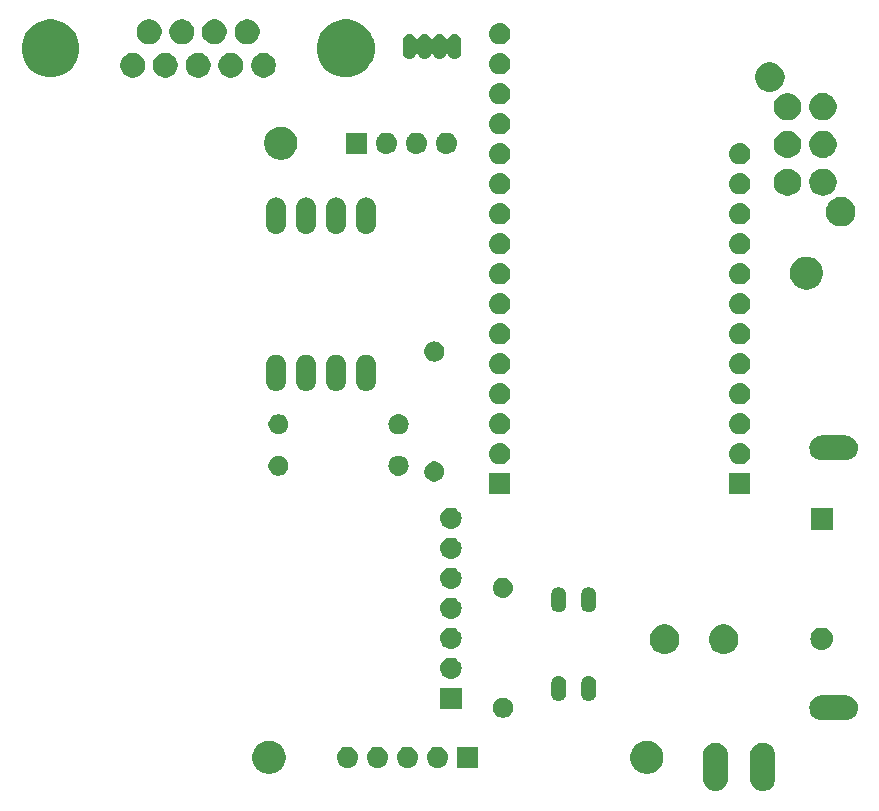
<source format=gbr>
G04 #@! TF.GenerationSoftware,KiCad,Pcbnew,5.1.4-e60b266~84~ubuntu18.04.1*
G04 #@! TF.CreationDate,2019-09-15T14:53:54+02:00*
G04 #@! TF.ProjectId,WaveGlideNG,57617665-476c-4696-9465-4e472e6b6963,rev?*
G04 #@! TF.SameCoordinates,Original*
G04 #@! TF.FileFunction,Soldermask,Top*
G04 #@! TF.FilePolarity,Negative*
%FSLAX46Y46*%
G04 Gerber Fmt 4.6, Leading zero omitted, Abs format (unit mm)*
G04 Created by KiCad (PCBNEW 5.1.4-e60b266~84~ubuntu18.04.1) date 2019-09-15 14:53:54*
%MOMM*%
%LPD*%
G04 APERTURE LIST*
%ADD10C,0.100000*%
G04 APERTURE END LIST*
D10*
G36*
X136206031Y-141964207D02*
G01*
X136404145Y-142024305D01*
X136404148Y-142024306D01*
X136470030Y-142059521D01*
X136586729Y-142121897D01*
X136746765Y-142253235D01*
X136878103Y-142413271D01*
X136896250Y-142447222D01*
X136975694Y-142595851D01*
X136975694Y-142595852D01*
X136975695Y-142595854D01*
X137035793Y-142793968D01*
X137051000Y-142948370D01*
X137051000Y-145051630D01*
X137035793Y-145206032D01*
X136975695Y-145404146D01*
X136975694Y-145404149D01*
X136923939Y-145500975D01*
X136878103Y-145586729D01*
X136746765Y-145746765D01*
X136586729Y-145878103D01*
X136500975Y-145923939D01*
X136404149Y-145975694D01*
X136404146Y-145975695D01*
X136206032Y-146035793D01*
X136000000Y-146056085D01*
X135793969Y-146035793D01*
X135595855Y-145975695D01*
X135595852Y-145975694D01*
X135499026Y-145923939D01*
X135413272Y-145878103D01*
X135253236Y-145746765D01*
X135121898Y-145586729D01*
X135076062Y-145500975D01*
X135024307Y-145404149D01*
X135024306Y-145404146D01*
X134964208Y-145206032D01*
X134949001Y-145051630D01*
X134949000Y-142948371D01*
X134964207Y-142793969D01*
X135024305Y-142595855D01*
X135024306Y-142595852D01*
X135059521Y-142529970D01*
X135121897Y-142413271D01*
X135253235Y-142253235D01*
X135413271Y-142121897D01*
X135499025Y-142076061D01*
X135595851Y-142024306D01*
X135595854Y-142024305D01*
X135793968Y-141964207D01*
X136000000Y-141943915D01*
X136206031Y-141964207D01*
X136206031Y-141964207D01*
G37*
G36*
X140206031Y-141964207D02*
G01*
X140404145Y-142024305D01*
X140404148Y-142024306D01*
X140470030Y-142059521D01*
X140586729Y-142121897D01*
X140746765Y-142253235D01*
X140878103Y-142413271D01*
X140896250Y-142447222D01*
X140975694Y-142595851D01*
X140975694Y-142595852D01*
X140975695Y-142595854D01*
X141035793Y-142793968D01*
X141051000Y-142948370D01*
X141051000Y-145051630D01*
X141035793Y-145206032D01*
X140975695Y-145404146D01*
X140975694Y-145404149D01*
X140923939Y-145500975D01*
X140878103Y-145586729D01*
X140746765Y-145746765D01*
X140586729Y-145878103D01*
X140500975Y-145923939D01*
X140404149Y-145975694D01*
X140404146Y-145975695D01*
X140206032Y-146035793D01*
X140000000Y-146056085D01*
X139793969Y-146035793D01*
X139595855Y-145975695D01*
X139595852Y-145975694D01*
X139499026Y-145923939D01*
X139413272Y-145878103D01*
X139253236Y-145746765D01*
X139121898Y-145586729D01*
X139076062Y-145500975D01*
X139024307Y-145404149D01*
X139024306Y-145404146D01*
X138964208Y-145206032D01*
X138949001Y-145051630D01*
X138949000Y-142948371D01*
X138964207Y-142793969D01*
X139024305Y-142595855D01*
X139024306Y-142595852D01*
X139059521Y-142529970D01*
X139121897Y-142413271D01*
X139253235Y-142253235D01*
X139413271Y-142121897D01*
X139499025Y-142076061D01*
X139595851Y-142024306D01*
X139595854Y-142024305D01*
X139793968Y-141964207D01*
X140000000Y-141943915D01*
X140206031Y-141964207D01*
X140206031Y-141964207D01*
G37*
G36*
X98518433Y-141834893D02*
G01*
X98608657Y-141852839D01*
X98714267Y-141896585D01*
X98863621Y-141958449D01*
X98863622Y-141958450D01*
X99093086Y-142111772D01*
X99288228Y-142306914D01*
X99326075Y-142363557D01*
X99441551Y-142536379D01*
X99503415Y-142685733D01*
X99547161Y-142791343D01*
X99547684Y-142793971D01*
X99601000Y-143062012D01*
X99601000Y-143337988D01*
X99547161Y-143608656D01*
X99441551Y-143863621D01*
X99441550Y-143863622D01*
X99288228Y-144093086D01*
X99093086Y-144288228D01*
X98939763Y-144390675D01*
X98863621Y-144441551D01*
X98714267Y-144503415D01*
X98608657Y-144547161D01*
X98518433Y-144565107D01*
X98337988Y-144601000D01*
X98062012Y-144601000D01*
X97881567Y-144565107D01*
X97791343Y-144547161D01*
X97685733Y-144503415D01*
X97536379Y-144441551D01*
X97460237Y-144390675D01*
X97306914Y-144288228D01*
X97111772Y-144093086D01*
X96958450Y-143863622D01*
X96958449Y-143863621D01*
X96852839Y-143608656D01*
X96799000Y-143337988D01*
X96799000Y-143062012D01*
X96852316Y-142793971D01*
X96852839Y-142791343D01*
X96896585Y-142685733D01*
X96958449Y-142536379D01*
X97073925Y-142363557D01*
X97111772Y-142306914D01*
X97306914Y-142111772D01*
X97536378Y-141958450D01*
X97536379Y-141958449D01*
X97685733Y-141896585D01*
X97791343Y-141852839D01*
X97881567Y-141834893D01*
X98062012Y-141799000D01*
X98337988Y-141799000D01*
X98518433Y-141834893D01*
X98518433Y-141834893D01*
G37*
G36*
X130518433Y-141834893D02*
G01*
X130608657Y-141852839D01*
X130714267Y-141896585D01*
X130863621Y-141958449D01*
X130863622Y-141958450D01*
X131093086Y-142111772D01*
X131288228Y-142306914D01*
X131326075Y-142363557D01*
X131441551Y-142536379D01*
X131503415Y-142685733D01*
X131547161Y-142791343D01*
X131547684Y-142793971D01*
X131601000Y-143062012D01*
X131601000Y-143337988D01*
X131547161Y-143608656D01*
X131441551Y-143863621D01*
X131441550Y-143863622D01*
X131288228Y-144093086D01*
X131093086Y-144288228D01*
X130939763Y-144390675D01*
X130863621Y-144441551D01*
X130714267Y-144503415D01*
X130608657Y-144547161D01*
X130518433Y-144565107D01*
X130337988Y-144601000D01*
X130062012Y-144601000D01*
X129881567Y-144565107D01*
X129791343Y-144547161D01*
X129685733Y-144503415D01*
X129536379Y-144441551D01*
X129460237Y-144390675D01*
X129306914Y-144288228D01*
X129111772Y-144093086D01*
X128958450Y-143863622D01*
X128958449Y-143863621D01*
X128852839Y-143608656D01*
X128799000Y-143337988D01*
X128799000Y-143062012D01*
X128852316Y-142793971D01*
X128852839Y-142791343D01*
X128896585Y-142685733D01*
X128958449Y-142536379D01*
X129073925Y-142363557D01*
X129111772Y-142306914D01*
X129306914Y-142111772D01*
X129536378Y-141958450D01*
X129536379Y-141958449D01*
X129685733Y-141896585D01*
X129791343Y-141852839D01*
X129881567Y-141834893D01*
X130062012Y-141799000D01*
X130337988Y-141799000D01*
X130518433Y-141834893D01*
X130518433Y-141834893D01*
G37*
G36*
X115901000Y-144101000D02*
G01*
X114099000Y-144101000D01*
X114099000Y-142299000D01*
X115901000Y-142299000D01*
X115901000Y-144101000D01*
X115901000Y-144101000D01*
G37*
G36*
X112570442Y-142305518D02*
G01*
X112636627Y-142312037D01*
X112806466Y-142363557D01*
X112962991Y-142447222D01*
X112998729Y-142476552D01*
X113100186Y-142559814D01*
X113183448Y-142661271D01*
X113212778Y-142697009D01*
X113212779Y-142697011D01*
X113263202Y-142791344D01*
X113296443Y-142853534D01*
X113347963Y-143023373D01*
X113365359Y-143200000D01*
X113347963Y-143376627D01*
X113296443Y-143546466D01*
X113296442Y-143546468D01*
X113263201Y-143608657D01*
X113212778Y-143702991D01*
X113183448Y-143738729D01*
X113100186Y-143840186D01*
X112998729Y-143923448D01*
X112962991Y-143952778D01*
X112806466Y-144036443D01*
X112636627Y-144087963D01*
X112584611Y-144093086D01*
X112504260Y-144101000D01*
X112415740Y-144101000D01*
X112335389Y-144093086D01*
X112283373Y-144087963D01*
X112113534Y-144036443D01*
X111957009Y-143952778D01*
X111921271Y-143923448D01*
X111819814Y-143840186D01*
X111736552Y-143738729D01*
X111707222Y-143702991D01*
X111656799Y-143608657D01*
X111623558Y-143546468D01*
X111623557Y-143546466D01*
X111572037Y-143376627D01*
X111554641Y-143200000D01*
X111572037Y-143023373D01*
X111623557Y-142853534D01*
X111656799Y-142791344D01*
X111707221Y-142697011D01*
X111707222Y-142697009D01*
X111736552Y-142661271D01*
X111819814Y-142559814D01*
X111921271Y-142476552D01*
X111957009Y-142447222D01*
X112113534Y-142363557D01*
X112283373Y-142312037D01*
X112349558Y-142305518D01*
X112415740Y-142299000D01*
X112504260Y-142299000D01*
X112570442Y-142305518D01*
X112570442Y-142305518D01*
G37*
G36*
X110030442Y-142305518D02*
G01*
X110096627Y-142312037D01*
X110266466Y-142363557D01*
X110422991Y-142447222D01*
X110458729Y-142476552D01*
X110560186Y-142559814D01*
X110643448Y-142661271D01*
X110672778Y-142697009D01*
X110672779Y-142697011D01*
X110723202Y-142791344D01*
X110756443Y-142853534D01*
X110807963Y-143023373D01*
X110825359Y-143200000D01*
X110807963Y-143376627D01*
X110756443Y-143546466D01*
X110756442Y-143546468D01*
X110723201Y-143608657D01*
X110672778Y-143702991D01*
X110643448Y-143738729D01*
X110560186Y-143840186D01*
X110458729Y-143923448D01*
X110422991Y-143952778D01*
X110266466Y-144036443D01*
X110096627Y-144087963D01*
X110044611Y-144093086D01*
X109964260Y-144101000D01*
X109875740Y-144101000D01*
X109795389Y-144093086D01*
X109743373Y-144087963D01*
X109573534Y-144036443D01*
X109417009Y-143952778D01*
X109381271Y-143923448D01*
X109279814Y-143840186D01*
X109196552Y-143738729D01*
X109167222Y-143702991D01*
X109116799Y-143608657D01*
X109083558Y-143546468D01*
X109083557Y-143546466D01*
X109032037Y-143376627D01*
X109014641Y-143200000D01*
X109032037Y-143023373D01*
X109083557Y-142853534D01*
X109116799Y-142791344D01*
X109167221Y-142697011D01*
X109167222Y-142697009D01*
X109196552Y-142661271D01*
X109279814Y-142559814D01*
X109381271Y-142476552D01*
X109417009Y-142447222D01*
X109573534Y-142363557D01*
X109743373Y-142312037D01*
X109809558Y-142305518D01*
X109875740Y-142299000D01*
X109964260Y-142299000D01*
X110030442Y-142305518D01*
X110030442Y-142305518D01*
G37*
G36*
X107490442Y-142305518D02*
G01*
X107556627Y-142312037D01*
X107726466Y-142363557D01*
X107882991Y-142447222D01*
X107918729Y-142476552D01*
X108020186Y-142559814D01*
X108103448Y-142661271D01*
X108132778Y-142697009D01*
X108132779Y-142697011D01*
X108183202Y-142791344D01*
X108216443Y-142853534D01*
X108267963Y-143023373D01*
X108285359Y-143200000D01*
X108267963Y-143376627D01*
X108216443Y-143546466D01*
X108216442Y-143546468D01*
X108183201Y-143608657D01*
X108132778Y-143702991D01*
X108103448Y-143738729D01*
X108020186Y-143840186D01*
X107918729Y-143923448D01*
X107882991Y-143952778D01*
X107726466Y-144036443D01*
X107556627Y-144087963D01*
X107504611Y-144093086D01*
X107424260Y-144101000D01*
X107335740Y-144101000D01*
X107255389Y-144093086D01*
X107203373Y-144087963D01*
X107033534Y-144036443D01*
X106877009Y-143952778D01*
X106841271Y-143923448D01*
X106739814Y-143840186D01*
X106656552Y-143738729D01*
X106627222Y-143702991D01*
X106576799Y-143608657D01*
X106543558Y-143546468D01*
X106543557Y-143546466D01*
X106492037Y-143376627D01*
X106474641Y-143200000D01*
X106492037Y-143023373D01*
X106543557Y-142853534D01*
X106576799Y-142791344D01*
X106627221Y-142697011D01*
X106627222Y-142697009D01*
X106656552Y-142661271D01*
X106739814Y-142559814D01*
X106841271Y-142476552D01*
X106877009Y-142447222D01*
X107033534Y-142363557D01*
X107203373Y-142312037D01*
X107269558Y-142305518D01*
X107335740Y-142299000D01*
X107424260Y-142299000D01*
X107490442Y-142305518D01*
X107490442Y-142305518D01*
G37*
G36*
X104950442Y-142305518D02*
G01*
X105016627Y-142312037D01*
X105186466Y-142363557D01*
X105342991Y-142447222D01*
X105378729Y-142476552D01*
X105480186Y-142559814D01*
X105563448Y-142661271D01*
X105592778Y-142697009D01*
X105592779Y-142697011D01*
X105643202Y-142791344D01*
X105676443Y-142853534D01*
X105727963Y-143023373D01*
X105745359Y-143200000D01*
X105727963Y-143376627D01*
X105676443Y-143546466D01*
X105676442Y-143546468D01*
X105643201Y-143608657D01*
X105592778Y-143702991D01*
X105563448Y-143738729D01*
X105480186Y-143840186D01*
X105378729Y-143923448D01*
X105342991Y-143952778D01*
X105186466Y-144036443D01*
X105016627Y-144087963D01*
X104964611Y-144093086D01*
X104884260Y-144101000D01*
X104795740Y-144101000D01*
X104715389Y-144093086D01*
X104663373Y-144087963D01*
X104493534Y-144036443D01*
X104337009Y-143952778D01*
X104301271Y-143923448D01*
X104199814Y-143840186D01*
X104116552Y-143738729D01*
X104087222Y-143702991D01*
X104036799Y-143608657D01*
X104003558Y-143546468D01*
X104003557Y-143546466D01*
X103952037Y-143376627D01*
X103934641Y-143200000D01*
X103952037Y-143023373D01*
X104003557Y-142853534D01*
X104036799Y-142791344D01*
X104087221Y-142697011D01*
X104087222Y-142697009D01*
X104116552Y-142661271D01*
X104199814Y-142559814D01*
X104301271Y-142476552D01*
X104337009Y-142447222D01*
X104493534Y-142363557D01*
X104663373Y-142312037D01*
X104729558Y-142305518D01*
X104795740Y-142299000D01*
X104884260Y-142299000D01*
X104950442Y-142305518D01*
X104950442Y-142305518D01*
G37*
G36*
X147103097Y-137954069D02*
G01*
X147206032Y-137964207D01*
X147404146Y-138024305D01*
X147404149Y-138024306D01*
X147500975Y-138076061D01*
X147586729Y-138121897D01*
X147746765Y-138253235D01*
X147878103Y-138413271D01*
X147878572Y-138414149D01*
X147975694Y-138595851D01*
X147975695Y-138595854D01*
X148035793Y-138793968D01*
X148056085Y-139000000D01*
X148035793Y-139206032D01*
X147976013Y-139403097D01*
X147975694Y-139404149D01*
X147923939Y-139500975D01*
X147878103Y-139586729D01*
X147746765Y-139746765D01*
X147586729Y-139878103D01*
X147500975Y-139923939D01*
X147404149Y-139975694D01*
X147404146Y-139975695D01*
X147206032Y-140035793D01*
X147103097Y-140045931D01*
X147051631Y-140051000D01*
X144948369Y-140051000D01*
X144896903Y-140045931D01*
X144793968Y-140035793D01*
X144595854Y-139975695D01*
X144595851Y-139975694D01*
X144499025Y-139923939D01*
X144413271Y-139878103D01*
X144253235Y-139746765D01*
X144121897Y-139586729D01*
X144076061Y-139500975D01*
X144024306Y-139404149D01*
X144023987Y-139403097D01*
X143964207Y-139206032D01*
X143943915Y-139000000D01*
X143964207Y-138793968D01*
X144024305Y-138595854D01*
X144024306Y-138595851D01*
X144121428Y-138414149D01*
X144121897Y-138413271D01*
X144253235Y-138253235D01*
X144413271Y-138121897D01*
X144499025Y-138076061D01*
X144595851Y-138024306D01*
X144595854Y-138024305D01*
X144793968Y-137964207D01*
X144896903Y-137954069D01*
X144948369Y-137949000D01*
X147051631Y-137949000D01*
X147103097Y-137954069D01*
X147103097Y-137954069D01*
G37*
G36*
X118248228Y-138181703D02*
G01*
X118403100Y-138245853D01*
X118542481Y-138338985D01*
X118661015Y-138457519D01*
X118754147Y-138596900D01*
X118818297Y-138751772D01*
X118851000Y-138916184D01*
X118851000Y-139083816D01*
X118818297Y-139248228D01*
X118754147Y-139403100D01*
X118661015Y-139542481D01*
X118542481Y-139661015D01*
X118403100Y-139754147D01*
X118248228Y-139818297D01*
X118083816Y-139851000D01*
X117916184Y-139851000D01*
X117751772Y-139818297D01*
X117596900Y-139754147D01*
X117457519Y-139661015D01*
X117338985Y-139542481D01*
X117245853Y-139403100D01*
X117181703Y-139248228D01*
X117149000Y-139083816D01*
X117149000Y-138916184D01*
X117181703Y-138751772D01*
X117245853Y-138596900D01*
X117338985Y-138457519D01*
X117457519Y-138338985D01*
X117596900Y-138245853D01*
X117751772Y-138181703D01*
X117916184Y-138149000D01*
X118083816Y-138149000D01*
X118248228Y-138181703D01*
X118248228Y-138181703D01*
G37*
G36*
X114501000Y-139101000D02*
G01*
X112699000Y-139101000D01*
X112699000Y-137299000D01*
X114501000Y-137299000D01*
X114501000Y-139101000D01*
X114501000Y-139101000D01*
G37*
G36*
X122857617Y-136318420D02*
G01*
X122948403Y-136345960D01*
X122980335Y-136355646D01*
X123093424Y-136416094D01*
X123192554Y-136497447D01*
X123273906Y-136596575D01*
X123334354Y-136709664D01*
X123344040Y-136741596D01*
X123371580Y-136832382D01*
X123381000Y-136928027D01*
X123381000Y-137791973D01*
X123371580Y-137887618D01*
X123352960Y-137949000D01*
X123334354Y-138010336D01*
X123273906Y-138123425D01*
X123192554Y-138222554D01*
X123093425Y-138303906D01*
X122980336Y-138364354D01*
X122948404Y-138374040D01*
X122857618Y-138401580D01*
X122730000Y-138414149D01*
X122602383Y-138401580D01*
X122511597Y-138374040D01*
X122479665Y-138364354D01*
X122366576Y-138303906D01*
X122267447Y-138222554D01*
X122186095Y-138123425D01*
X122125647Y-138010336D01*
X122107041Y-137949000D01*
X122088420Y-137887618D01*
X122079000Y-137791973D01*
X122079000Y-136928028D01*
X122088420Y-136832383D01*
X122125645Y-136709669D01*
X122125646Y-136709665D01*
X122186094Y-136596576D01*
X122267447Y-136497446D01*
X122366575Y-136416094D01*
X122479664Y-136355646D01*
X122511596Y-136345960D01*
X122602382Y-136318420D01*
X122730000Y-136305851D01*
X122857617Y-136318420D01*
X122857617Y-136318420D01*
G37*
G36*
X125397617Y-136318420D02*
G01*
X125488403Y-136345960D01*
X125520335Y-136355646D01*
X125633424Y-136416094D01*
X125732554Y-136497447D01*
X125813906Y-136596575D01*
X125874354Y-136709664D01*
X125884040Y-136741596D01*
X125911580Y-136832382D01*
X125921000Y-136928027D01*
X125921000Y-137791973D01*
X125911580Y-137887618D01*
X125892960Y-137949000D01*
X125874354Y-138010336D01*
X125813906Y-138123425D01*
X125732554Y-138222554D01*
X125633425Y-138303906D01*
X125520336Y-138364354D01*
X125488404Y-138374040D01*
X125397618Y-138401580D01*
X125270000Y-138414149D01*
X125142383Y-138401580D01*
X125051597Y-138374040D01*
X125019665Y-138364354D01*
X124906576Y-138303906D01*
X124807447Y-138222554D01*
X124726095Y-138123425D01*
X124665647Y-138010336D01*
X124647041Y-137949000D01*
X124628420Y-137887618D01*
X124619000Y-137791973D01*
X124619000Y-136928028D01*
X124628420Y-136832383D01*
X124665645Y-136709669D01*
X124665646Y-136709665D01*
X124726094Y-136596576D01*
X124807447Y-136497446D01*
X124906575Y-136416094D01*
X125019664Y-136355646D01*
X125051596Y-136345960D01*
X125142382Y-136318420D01*
X125270000Y-136305851D01*
X125397617Y-136318420D01*
X125397617Y-136318420D01*
G37*
G36*
X113710442Y-134765518D02*
G01*
X113776627Y-134772037D01*
X113946466Y-134823557D01*
X114102991Y-134907222D01*
X114138729Y-134936552D01*
X114240186Y-135019814D01*
X114323448Y-135121271D01*
X114352778Y-135157009D01*
X114436443Y-135313534D01*
X114487963Y-135483373D01*
X114505359Y-135660000D01*
X114487963Y-135836627D01*
X114436443Y-136006466D01*
X114352778Y-136162991D01*
X114323448Y-136198729D01*
X114240186Y-136300186D01*
X114138729Y-136383448D01*
X114102991Y-136412778D01*
X113946466Y-136496443D01*
X113776627Y-136547963D01*
X113710442Y-136554482D01*
X113644260Y-136561000D01*
X113555740Y-136561000D01*
X113489558Y-136554482D01*
X113423373Y-136547963D01*
X113253534Y-136496443D01*
X113097009Y-136412778D01*
X113061271Y-136383448D01*
X112959814Y-136300186D01*
X112876552Y-136198729D01*
X112847222Y-136162991D01*
X112763557Y-136006466D01*
X112712037Y-135836627D01*
X112694641Y-135660000D01*
X112712037Y-135483373D01*
X112763557Y-135313534D01*
X112847222Y-135157009D01*
X112876552Y-135121271D01*
X112959814Y-135019814D01*
X113061271Y-134936552D01*
X113097009Y-134907222D01*
X113253534Y-134823557D01*
X113423373Y-134772037D01*
X113489558Y-134765518D01*
X113555740Y-134759000D01*
X113644260Y-134759000D01*
X113710442Y-134765518D01*
X113710442Y-134765518D01*
G37*
G36*
X132064903Y-131997075D02*
G01*
X132292571Y-132091378D01*
X132497466Y-132228285D01*
X132671715Y-132402534D01*
X132808622Y-132607429D01*
X132902925Y-132835097D01*
X132951000Y-133076787D01*
X132951000Y-133323213D01*
X132902925Y-133564903D01*
X132808622Y-133792571D01*
X132671715Y-133997466D01*
X132497466Y-134171715D01*
X132292571Y-134308622D01*
X132292570Y-134308623D01*
X132292569Y-134308623D01*
X132064903Y-134402925D01*
X131823214Y-134451000D01*
X131576786Y-134451000D01*
X131335097Y-134402925D01*
X131107431Y-134308623D01*
X131107430Y-134308623D01*
X131107429Y-134308622D01*
X130902534Y-134171715D01*
X130728285Y-133997466D01*
X130591378Y-133792571D01*
X130497075Y-133564903D01*
X130449000Y-133323213D01*
X130449000Y-133076787D01*
X130497075Y-132835097D01*
X130591378Y-132607429D01*
X130728285Y-132402534D01*
X130902534Y-132228285D01*
X131107429Y-132091378D01*
X131335097Y-131997075D01*
X131576786Y-131949000D01*
X131823214Y-131949000D01*
X132064903Y-131997075D01*
X132064903Y-131997075D01*
G37*
G36*
X137064903Y-131997075D02*
G01*
X137292571Y-132091378D01*
X137497466Y-132228285D01*
X137671715Y-132402534D01*
X137808622Y-132607429D01*
X137902925Y-132835097D01*
X137951000Y-133076787D01*
X137951000Y-133323213D01*
X137902925Y-133564903D01*
X137808622Y-133792571D01*
X137671715Y-133997466D01*
X137497466Y-134171715D01*
X137292571Y-134308622D01*
X137292570Y-134308623D01*
X137292569Y-134308623D01*
X137064903Y-134402925D01*
X136823214Y-134451000D01*
X136576786Y-134451000D01*
X136335097Y-134402925D01*
X136107431Y-134308623D01*
X136107430Y-134308623D01*
X136107429Y-134308622D01*
X135902534Y-134171715D01*
X135728285Y-133997466D01*
X135591378Y-133792571D01*
X135497075Y-133564903D01*
X135449000Y-133323213D01*
X135449000Y-133076787D01*
X135497075Y-132835097D01*
X135591378Y-132607429D01*
X135728285Y-132402534D01*
X135902534Y-132228285D01*
X136107429Y-132091378D01*
X136335097Y-131997075D01*
X136576786Y-131949000D01*
X136823214Y-131949000D01*
X137064903Y-131997075D01*
X137064903Y-131997075D01*
G37*
G36*
X145186425Y-132222760D02*
G01*
X145186428Y-132222761D01*
X145186429Y-132222761D01*
X145365693Y-132277140D01*
X145365696Y-132277142D01*
X145365697Y-132277142D01*
X145530903Y-132365446D01*
X145675712Y-132484288D01*
X145794554Y-132629097D01*
X145871757Y-132773534D01*
X145882860Y-132794307D01*
X145928079Y-132943375D01*
X145937240Y-132973575D01*
X145955601Y-133160000D01*
X145937240Y-133346425D01*
X145937239Y-133346428D01*
X145937239Y-133346429D01*
X145882860Y-133525693D01*
X145882858Y-133525696D01*
X145882858Y-133525697D01*
X145794554Y-133690903D01*
X145675712Y-133835712D01*
X145530903Y-133954554D01*
X145365697Y-134042858D01*
X145365693Y-134042860D01*
X145186429Y-134097239D01*
X145186428Y-134097239D01*
X145186425Y-134097240D01*
X145046718Y-134111000D01*
X144953282Y-134111000D01*
X144813575Y-134097240D01*
X144813572Y-134097239D01*
X144813571Y-134097239D01*
X144634307Y-134042860D01*
X144634303Y-134042858D01*
X144469097Y-133954554D01*
X144324288Y-133835712D01*
X144205446Y-133690903D01*
X144117142Y-133525697D01*
X144117142Y-133525696D01*
X144117140Y-133525693D01*
X144062761Y-133346429D01*
X144062761Y-133346428D01*
X144062760Y-133346425D01*
X144044399Y-133160000D01*
X144062760Y-132973575D01*
X144071921Y-132943375D01*
X144117140Y-132794307D01*
X144128243Y-132773534D01*
X144205446Y-132629097D01*
X144324288Y-132484288D01*
X144469097Y-132365446D01*
X144634303Y-132277142D01*
X144634304Y-132277142D01*
X144634307Y-132277140D01*
X144813571Y-132222761D01*
X144813572Y-132222761D01*
X144813575Y-132222760D01*
X144953282Y-132209000D01*
X145046718Y-132209000D01*
X145186425Y-132222760D01*
X145186425Y-132222760D01*
G37*
G36*
X113710443Y-132225519D02*
G01*
X113776627Y-132232037D01*
X113946466Y-132283557D01*
X114102991Y-132367222D01*
X114138729Y-132396552D01*
X114240186Y-132479814D01*
X114323448Y-132581271D01*
X114352778Y-132617009D01*
X114436443Y-132773534D01*
X114487963Y-132943373D01*
X114505359Y-133120000D01*
X114487963Y-133296627D01*
X114436443Y-133466466D01*
X114352778Y-133622991D01*
X114323448Y-133658729D01*
X114240186Y-133760186D01*
X114148156Y-133835712D01*
X114102991Y-133872778D01*
X113946466Y-133956443D01*
X113776627Y-134007963D01*
X113710443Y-134014481D01*
X113644260Y-134021000D01*
X113555740Y-134021000D01*
X113489557Y-134014481D01*
X113423373Y-134007963D01*
X113253534Y-133956443D01*
X113097009Y-133872778D01*
X113051844Y-133835712D01*
X112959814Y-133760186D01*
X112876552Y-133658729D01*
X112847222Y-133622991D01*
X112763557Y-133466466D01*
X112712037Y-133296627D01*
X112694641Y-133120000D01*
X112712037Y-132943373D01*
X112763557Y-132773534D01*
X112847222Y-132617009D01*
X112876552Y-132581271D01*
X112959814Y-132479814D01*
X113061271Y-132396552D01*
X113097009Y-132367222D01*
X113253534Y-132283557D01*
X113423373Y-132232037D01*
X113489557Y-132225519D01*
X113555740Y-132219000D01*
X113644260Y-132219000D01*
X113710443Y-132225519D01*
X113710443Y-132225519D01*
G37*
G36*
X113710442Y-129685518D02*
G01*
X113776627Y-129692037D01*
X113946466Y-129743557D01*
X114102991Y-129827222D01*
X114138729Y-129856552D01*
X114240186Y-129939814D01*
X114323448Y-130041271D01*
X114352778Y-130077009D01*
X114436443Y-130233534D01*
X114487963Y-130403373D01*
X114505359Y-130580000D01*
X114487963Y-130756627D01*
X114436443Y-130926466D01*
X114352778Y-131082991D01*
X114323448Y-131118729D01*
X114240186Y-131220186D01*
X114138729Y-131303448D01*
X114102991Y-131332778D01*
X113946466Y-131416443D01*
X113776627Y-131467963D01*
X113710442Y-131474482D01*
X113644260Y-131481000D01*
X113555740Y-131481000D01*
X113489558Y-131474482D01*
X113423373Y-131467963D01*
X113253534Y-131416443D01*
X113097009Y-131332778D01*
X113061271Y-131303448D01*
X112959814Y-131220186D01*
X112876552Y-131118729D01*
X112847222Y-131082991D01*
X112763557Y-130926466D01*
X112712037Y-130756627D01*
X112694641Y-130580000D01*
X112712037Y-130403373D01*
X112763557Y-130233534D01*
X112847222Y-130077009D01*
X112876552Y-130041271D01*
X112959814Y-129939814D01*
X113061271Y-129856552D01*
X113097009Y-129827222D01*
X113253534Y-129743557D01*
X113423373Y-129692037D01*
X113489558Y-129685518D01*
X113555740Y-129679000D01*
X113644260Y-129679000D01*
X113710442Y-129685518D01*
X113710442Y-129685518D01*
G37*
G36*
X125397617Y-128798420D02*
G01*
X125488403Y-128825960D01*
X125520335Y-128835646D01*
X125633424Y-128896094D01*
X125732554Y-128977447D01*
X125813906Y-129076575D01*
X125874354Y-129189664D01*
X125884040Y-129221596D01*
X125911580Y-129312382D01*
X125921000Y-129408027D01*
X125921000Y-130271973D01*
X125911580Y-130367618D01*
X125900733Y-130403375D01*
X125874354Y-130490336D01*
X125813906Y-130603425D01*
X125732554Y-130702554D01*
X125633425Y-130783906D01*
X125520336Y-130844354D01*
X125488404Y-130854040D01*
X125397618Y-130881580D01*
X125270000Y-130894149D01*
X125142383Y-130881580D01*
X125051597Y-130854040D01*
X125019665Y-130844354D01*
X124906576Y-130783906D01*
X124807447Y-130702554D01*
X124726095Y-130603425D01*
X124665647Y-130490336D01*
X124661282Y-130475946D01*
X124628420Y-130367618D01*
X124619000Y-130271973D01*
X124619000Y-129408028D01*
X124628420Y-129312383D01*
X124665645Y-129189669D01*
X124665646Y-129189665D01*
X124726094Y-129076576D01*
X124807447Y-128977446D01*
X124906575Y-128896094D01*
X125019664Y-128835646D01*
X125051596Y-128825960D01*
X125142382Y-128798420D01*
X125270000Y-128785851D01*
X125397617Y-128798420D01*
X125397617Y-128798420D01*
G37*
G36*
X122857617Y-128798420D02*
G01*
X122948403Y-128825960D01*
X122980335Y-128835646D01*
X123093424Y-128896094D01*
X123192554Y-128977447D01*
X123273906Y-129076575D01*
X123334354Y-129189664D01*
X123344040Y-129221596D01*
X123371580Y-129312382D01*
X123381000Y-129408027D01*
X123381000Y-130271973D01*
X123371580Y-130367618D01*
X123360733Y-130403375D01*
X123334354Y-130490336D01*
X123273906Y-130603425D01*
X123192554Y-130702554D01*
X123093425Y-130783906D01*
X122980336Y-130844354D01*
X122948404Y-130854040D01*
X122857618Y-130881580D01*
X122730000Y-130894149D01*
X122602383Y-130881580D01*
X122511597Y-130854040D01*
X122479665Y-130844354D01*
X122366576Y-130783906D01*
X122267447Y-130702554D01*
X122186095Y-130603425D01*
X122125647Y-130490336D01*
X122121282Y-130475946D01*
X122088420Y-130367618D01*
X122079000Y-130271973D01*
X122079000Y-129408028D01*
X122088420Y-129312383D01*
X122125645Y-129189669D01*
X122125646Y-129189665D01*
X122186094Y-129076576D01*
X122267447Y-128977446D01*
X122366575Y-128896094D01*
X122479664Y-128835646D01*
X122511596Y-128825960D01*
X122602382Y-128798420D01*
X122730000Y-128785851D01*
X122857617Y-128798420D01*
X122857617Y-128798420D01*
G37*
G36*
X118166823Y-128001313D02*
G01*
X118327242Y-128049976D01*
X118459906Y-128120886D01*
X118475078Y-128128996D01*
X118604659Y-128235341D01*
X118711004Y-128364922D01*
X118711005Y-128364924D01*
X118790024Y-128512758D01*
X118838687Y-128673177D01*
X118855117Y-128840000D01*
X118838687Y-129006823D01*
X118790024Y-129167242D01*
X118719114Y-129299906D01*
X118711004Y-129315078D01*
X118604659Y-129444659D01*
X118475078Y-129551004D01*
X118475076Y-129551005D01*
X118327242Y-129630024D01*
X118166823Y-129678687D01*
X118041804Y-129691000D01*
X117958196Y-129691000D01*
X117833177Y-129678687D01*
X117672758Y-129630024D01*
X117524924Y-129551005D01*
X117524922Y-129551004D01*
X117395341Y-129444659D01*
X117288996Y-129315078D01*
X117280886Y-129299906D01*
X117209976Y-129167242D01*
X117161313Y-129006823D01*
X117144883Y-128840000D01*
X117161313Y-128673177D01*
X117209976Y-128512758D01*
X117288995Y-128364924D01*
X117288996Y-128364922D01*
X117395341Y-128235341D01*
X117524922Y-128128996D01*
X117540094Y-128120886D01*
X117672758Y-128049976D01*
X117833177Y-128001313D01*
X117958196Y-127989000D01*
X118041804Y-127989000D01*
X118166823Y-128001313D01*
X118166823Y-128001313D01*
G37*
G36*
X113710443Y-127145519D02*
G01*
X113776627Y-127152037D01*
X113946466Y-127203557D01*
X114102991Y-127287222D01*
X114138729Y-127316552D01*
X114240186Y-127399814D01*
X114323448Y-127501271D01*
X114352778Y-127537009D01*
X114436443Y-127693534D01*
X114487963Y-127863373D01*
X114505359Y-128040000D01*
X114487963Y-128216627D01*
X114436443Y-128386466D01*
X114352778Y-128542991D01*
X114323448Y-128578729D01*
X114240186Y-128680186D01*
X114138729Y-128763448D01*
X114102991Y-128792778D01*
X113946466Y-128876443D01*
X113776627Y-128927963D01*
X113710442Y-128934482D01*
X113644260Y-128941000D01*
X113555740Y-128941000D01*
X113489558Y-128934482D01*
X113423373Y-128927963D01*
X113253534Y-128876443D01*
X113097009Y-128792778D01*
X113061271Y-128763448D01*
X112959814Y-128680186D01*
X112876552Y-128578729D01*
X112847222Y-128542991D01*
X112763557Y-128386466D01*
X112712037Y-128216627D01*
X112694641Y-128040000D01*
X112712037Y-127863373D01*
X112763557Y-127693534D01*
X112847222Y-127537009D01*
X112876552Y-127501271D01*
X112959814Y-127399814D01*
X113061271Y-127316552D01*
X113097009Y-127287222D01*
X113253534Y-127203557D01*
X113423373Y-127152037D01*
X113489557Y-127145519D01*
X113555740Y-127139000D01*
X113644260Y-127139000D01*
X113710443Y-127145519D01*
X113710443Y-127145519D01*
G37*
G36*
X113710443Y-124605519D02*
G01*
X113776627Y-124612037D01*
X113946466Y-124663557D01*
X114102991Y-124747222D01*
X114138729Y-124776552D01*
X114240186Y-124859814D01*
X114323448Y-124961271D01*
X114352778Y-124997009D01*
X114436443Y-125153534D01*
X114487963Y-125323373D01*
X114505359Y-125500000D01*
X114487963Y-125676627D01*
X114436443Y-125846466D01*
X114352778Y-126002991D01*
X114323448Y-126038729D01*
X114240186Y-126140186D01*
X114138729Y-126223448D01*
X114102991Y-126252778D01*
X113946466Y-126336443D01*
X113776627Y-126387963D01*
X113710443Y-126394481D01*
X113644260Y-126401000D01*
X113555740Y-126401000D01*
X113489557Y-126394481D01*
X113423373Y-126387963D01*
X113253534Y-126336443D01*
X113097009Y-126252778D01*
X113061271Y-126223448D01*
X112959814Y-126140186D01*
X112876552Y-126038729D01*
X112847222Y-126002991D01*
X112763557Y-125846466D01*
X112712037Y-125676627D01*
X112694641Y-125500000D01*
X112712037Y-125323373D01*
X112763557Y-125153534D01*
X112847222Y-124997009D01*
X112876552Y-124961271D01*
X112959814Y-124859814D01*
X113061271Y-124776552D01*
X113097009Y-124747222D01*
X113253534Y-124663557D01*
X113423373Y-124612037D01*
X113489557Y-124605519D01*
X113555740Y-124599000D01*
X113644260Y-124599000D01*
X113710443Y-124605519D01*
X113710443Y-124605519D01*
G37*
G36*
X145951000Y-123951000D02*
G01*
X144049000Y-123951000D01*
X144049000Y-122049000D01*
X145951000Y-122049000D01*
X145951000Y-123951000D01*
X145951000Y-123951000D01*
G37*
G36*
X113710443Y-122065519D02*
G01*
X113776627Y-122072037D01*
X113946466Y-122123557D01*
X114102991Y-122207222D01*
X114138729Y-122236552D01*
X114240186Y-122319814D01*
X114323448Y-122421271D01*
X114352778Y-122457009D01*
X114436443Y-122613534D01*
X114487963Y-122783373D01*
X114505359Y-122960000D01*
X114487963Y-123136627D01*
X114436443Y-123306466D01*
X114352778Y-123462991D01*
X114323448Y-123498729D01*
X114240186Y-123600186D01*
X114138729Y-123683448D01*
X114102991Y-123712778D01*
X113946466Y-123796443D01*
X113776627Y-123847963D01*
X113710443Y-123854481D01*
X113644260Y-123861000D01*
X113555740Y-123861000D01*
X113489557Y-123854481D01*
X113423373Y-123847963D01*
X113253534Y-123796443D01*
X113097009Y-123712778D01*
X113061271Y-123683448D01*
X112959814Y-123600186D01*
X112876552Y-123498729D01*
X112847222Y-123462991D01*
X112763557Y-123306466D01*
X112712037Y-123136627D01*
X112694641Y-122960000D01*
X112712037Y-122783373D01*
X112763557Y-122613534D01*
X112847222Y-122457009D01*
X112876552Y-122421271D01*
X112959814Y-122319814D01*
X113061271Y-122236552D01*
X113097009Y-122207222D01*
X113253534Y-122123557D01*
X113423373Y-122072037D01*
X113489557Y-122065519D01*
X113555740Y-122059000D01*
X113644260Y-122059000D01*
X113710443Y-122065519D01*
X113710443Y-122065519D01*
G37*
G36*
X118636000Y-120944400D02*
G01*
X116834000Y-120944400D01*
X116834000Y-119142400D01*
X118636000Y-119142400D01*
X118636000Y-120944400D01*
X118636000Y-120944400D01*
G37*
G36*
X138956000Y-120944400D02*
G01*
X137154000Y-120944400D01*
X137154000Y-119142400D01*
X138956000Y-119142400D01*
X138956000Y-120944400D01*
X138956000Y-120944400D01*
G37*
G36*
X112448228Y-118181703D02*
G01*
X112603100Y-118245853D01*
X112742481Y-118338985D01*
X112861015Y-118457519D01*
X112954147Y-118596900D01*
X113018297Y-118751772D01*
X113051000Y-118916184D01*
X113051000Y-119083816D01*
X113018297Y-119248228D01*
X112954147Y-119403100D01*
X112861015Y-119542481D01*
X112742481Y-119661015D01*
X112603100Y-119754147D01*
X112448228Y-119818297D01*
X112283816Y-119851000D01*
X112116184Y-119851000D01*
X111951772Y-119818297D01*
X111796900Y-119754147D01*
X111657519Y-119661015D01*
X111538985Y-119542481D01*
X111445853Y-119403100D01*
X111381703Y-119248228D01*
X111349000Y-119083816D01*
X111349000Y-118916184D01*
X111381703Y-118751772D01*
X111445853Y-118596900D01*
X111538985Y-118457519D01*
X111657519Y-118338985D01*
X111796900Y-118245853D01*
X111951772Y-118181703D01*
X112116184Y-118149000D01*
X112283816Y-118149000D01*
X112448228Y-118181703D01*
X112448228Y-118181703D01*
G37*
G36*
X109326823Y-117661313D02*
G01*
X109487242Y-117709976D01*
X109554361Y-117745852D01*
X109635078Y-117788996D01*
X109764659Y-117895341D01*
X109871004Y-118024922D01*
X109871005Y-118024924D01*
X109950024Y-118172758D01*
X109950025Y-118172761D01*
X109952738Y-118181705D01*
X109998687Y-118333177D01*
X110015117Y-118500000D01*
X109998687Y-118666823D01*
X109950024Y-118827242D01*
X109909477Y-118903100D01*
X109871004Y-118975078D01*
X109764659Y-119104659D01*
X109635078Y-119211004D01*
X109635076Y-119211005D01*
X109487242Y-119290024D01*
X109326823Y-119338687D01*
X109201804Y-119351000D01*
X109118196Y-119351000D01*
X108993177Y-119338687D01*
X108832758Y-119290024D01*
X108684924Y-119211005D01*
X108684922Y-119211004D01*
X108555341Y-119104659D01*
X108448996Y-118975078D01*
X108410523Y-118903100D01*
X108369976Y-118827242D01*
X108321313Y-118666823D01*
X108304883Y-118500000D01*
X108321313Y-118333177D01*
X108367262Y-118181705D01*
X108369975Y-118172761D01*
X108369976Y-118172758D01*
X108448995Y-118024924D01*
X108448996Y-118024922D01*
X108555341Y-117895341D01*
X108684922Y-117788996D01*
X108765639Y-117745852D01*
X108832758Y-117709976D01*
X108993177Y-117661313D01*
X109118196Y-117649000D01*
X109201804Y-117649000D01*
X109326823Y-117661313D01*
X109326823Y-117661313D01*
G37*
G36*
X99248228Y-117681703D02*
G01*
X99403100Y-117745853D01*
X99542481Y-117838985D01*
X99661015Y-117957519D01*
X99754147Y-118096900D01*
X99818297Y-118251772D01*
X99851000Y-118416184D01*
X99851000Y-118583816D01*
X99818297Y-118748228D01*
X99754147Y-118903100D01*
X99661015Y-119042481D01*
X99542481Y-119161015D01*
X99403100Y-119254147D01*
X99248228Y-119318297D01*
X99083816Y-119351000D01*
X98916184Y-119351000D01*
X98751772Y-119318297D01*
X98596900Y-119254147D01*
X98457519Y-119161015D01*
X98338985Y-119042481D01*
X98245853Y-118903100D01*
X98181703Y-118748228D01*
X98149000Y-118583816D01*
X98149000Y-118416184D01*
X98181703Y-118251772D01*
X98245853Y-118096900D01*
X98338985Y-117957519D01*
X98457519Y-117838985D01*
X98596900Y-117745853D01*
X98751772Y-117681703D01*
X98916184Y-117649000D01*
X99083816Y-117649000D01*
X99248228Y-117681703D01*
X99248228Y-117681703D01*
G37*
G36*
X117845442Y-116608918D02*
G01*
X117911627Y-116615437D01*
X118081466Y-116666957D01*
X118237991Y-116750622D01*
X118273729Y-116779952D01*
X118375186Y-116863214D01*
X118458448Y-116964671D01*
X118487778Y-117000409D01*
X118571443Y-117156934D01*
X118622963Y-117326773D01*
X118640359Y-117503400D01*
X118622963Y-117680027D01*
X118571443Y-117849866D01*
X118487778Y-118006391D01*
X118472570Y-118024922D01*
X118375186Y-118143586D01*
X118273729Y-118226848D01*
X118237991Y-118256178D01*
X118081466Y-118339843D01*
X117911627Y-118391363D01*
X117845443Y-118397881D01*
X117779260Y-118404400D01*
X117690740Y-118404400D01*
X117624557Y-118397881D01*
X117558373Y-118391363D01*
X117388534Y-118339843D01*
X117232009Y-118256178D01*
X117196271Y-118226848D01*
X117094814Y-118143586D01*
X116997430Y-118024922D01*
X116982222Y-118006391D01*
X116898557Y-117849866D01*
X116847037Y-117680027D01*
X116829641Y-117503400D01*
X116847037Y-117326773D01*
X116898557Y-117156934D01*
X116982222Y-117000409D01*
X117011552Y-116964671D01*
X117094814Y-116863214D01*
X117196271Y-116779952D01*
X117232009Y-116750622D01*
X117388534Y-116666957D01*
X117558373Y-116615437D01*
X117624558Y-116608918D01*
X117690740Y-116602400D01*
X117779260Y-116602400D01*
X117845442Y-116608918D01*
X117845442Y-116608918D01*
G37*
G36*
X138165442Y-116608918D02*
G01*
X138231627Y-116615437D01*
X138401466Y-116666957D01*
X138557991Y-116750622D01*
X138593729Y-116779952D01*
X138695186Y-116863214D01*
X138778448Y-116964671D01*
X138807778Y-117000409D01*
X138891443Y-117156934D01*
X138942963Y-117326773D01*
X138960359Y-117503400D01*
X138942963Y-117680027D01*
X138891443Y-117849866D01*
X138807778Y-118006391D01*
X138792570Y-118024922D01*
X138695186Y-118143586D01*
X138593729Y-118226848D01*
X138557991Y-118256178D01*
X138401466Y-118339843D01*
X138231627Y-118391363D01*
X138165443Y-118397881D01*
X138099260Y-118404400D01*
X138010740Y-118404400D01*
X137944557Y-118397881D01*
X137878373Y-118391363D01*
X137708534Y-118339843D01*
X137552009Y-118256178D01*
X137516271Y-118226848D01*
X137414814Y-118143586D01*
X137317430Y-118024922D01*
X137302222Y-118006391D01*
X137218557Y-117849866D01*
X137167037Y-117680027D01*
X137149641Y-117503400D01*
X137167037Y-117326773D01*
X137218557Y-117156934D01*
X137302222Y-117000409D01*
X137331552Y-116964671D01*
X137414814Y-116863214D01*
X137516271Y-116779952D01*
X137552009Y-116750622D01*
X137708534Y-116666957D01*
X137878373Y-116615437D01*
X137944558Y-116608918D01*
X138010740Y-116602400D01*
X138099260Y-116602400D01*
X138165442Y-116608918D01*
X138165442Y-116608918D01*
G37*
G36*
X147103097Y-115954069D02*
G01*
X147206032Y-115964207D01*
X147404146Y-116024305D01*
X147404149Y-116024306D01*
X147500975Y-116076061D01*
X147586729Y-116121897D01*
X147746765Y-116253235D01*
X147878103Y-116413271D01*
X147923939Y-116499025D01*
X147975694Y-116595851D01*
X147975695Y-116595854D01*
X148035793Y-116793968D01*
X148056085Y-117000000D01*
X148035793Y-117206032D01*
X147975695Y-117404146D01*
X147975694Y-117404149D01*
X147923939Y-117500975D01*
X147878103Y-117586729D01*
X147746765Y-117746765D01*
X147586729Y-117878103D01*
X147500975Y-117923939D01*
X147404149Y-117975694D01*
X147404146Y-117975695D01*
X147206032Y-118035793D01*
X147103097Y-118045931D01*
X147051631Y-118051000D01*
X144948369Y-118051000D01*
X144896903Y-118045931D01*
X144793968Y-118035793D01*
X144595854Y-117975695D01*
X144595851Y-117975694D01*
X144499025Y-117923939D01*
X144413271Y-117878103D01*
X144253235Y-117746765D01*
X144121897Y-117586729D01*
X144076061Y-117500975D01*
X144024306Y-117404149D01*
X144024305Y-117404146D01*
X143964207Y-117206032D01*
X143943915Y-117000000D01*
X143964207Y-116793968D01*
X144024305Y-116595854D01*
X144024306Y-116595851D01*
X144076061Y-116499025D01*
X144121897Y-116413271D01*
X144253235Y-116253235D01*
X144413271Y-116121897D01*
X144499025Y-116076061D01*
X144595851Y-116024306D01*
X144595854Y-116024305D01*
X144793968Y-115964207D01*
X144896903Y-115954069D01*
X144948369Y-115949000D01*
X147051631Y-115949000D01*
X147103097Y-115954069D01*
X147103097Y-115954069D01*
G37*
G36*
X138165443Y-114068919D02*
G01*
X138231627Y-114075437D01*
X138401466Y-114126957D01*
X138557991Y-114210622D01*
X138593729Y-114239952D01*
X138695186Y-114323214D01*
X138754378Y-114395341D01*
X138807778Y-114460409D01*
X138891443Y-114616934D01*
X138942963Y-114786773D01*
X138960359Y-114963400D01*
X138942963Y-115140027D01*
X138891443Y-115309866D01*
X138807778Y-115466391D01*
X138778448Y-115502129D01*
X138695186Y-115603586D01*
X138593729Y-115686848D01*
X138557991Y-115716178D01*
X138401466Y-115799843D01*
X138231627Y-115851363D01*
X138165443Y-115857881D01*
X138099260Y-115864400D01*
X138010740Y-115864400D01*
X137944557Y-115857881D01*
X137878373Y-115851363D01*
X137708534Y-115799843D01*
X137552009Y-115716178D01*
X137516271Y-115686848D01*
X137414814Y-115603586D01*
X137331552Y-115502129D01*
X137302222Y-115466391D01*
X137218557Y-115309866D01*
X137167037Y-115140027D01*
X137149641Y-114963400D01*
X137167037Y-114786773D01*
X137218557Y-114616934D01*
X137302222Y-114460409D01*
X137355622Y-114395341D01*
X137414814Y-114323214D01*
X137516271Y-114239952D01*
X137552009Y-114210622D01*
X137708534Y-114126957D01*
X137878373Y-114075437D01*
X137944557Y-114068919D01*
X138010740Y-114062400D01*
X138099260Y-114062400D01*
X138165443Y-114068919D01*
X138165443Y-114068919D01*
G37*
G36*
X117845443Y-114068919D02*
G01*
X117911627Y-114075437D01*
X118081466Y-114126957D01*
X118237991Y-114210622D01*
X118273729Y-114239952D01*
X118375186Y-114323214D01*
X118434378Y-114395341D01*
X118487778Y-114460409D01*
X118571443Y-114616934D01*
X118622963Y-114786773D01*
X118640359Y-114963400D01*
X118622963Y-115140027D01*
X118571443Y-115309866D01*
X118487778Y-115466391D01*
X118458448Y-115502129D01*
X118375186Y-115603586D01*
X118273729Y-115686848D01*
X118237991Y-115716178D01*
X118081466Y-115799843D01*
X117911627Y-115851363D01*
X117845443Y-115857881D01*
X117779260Y-115864400D01*
X117690740Y-115864400D01*
X117624557Y-115857881D01*
X117558373Y-115851363D01*
X117388534Y-115799843D01*
X117232009Y-115716178D01*
X117196271Y-115686848D01*
X117094814Y-115603586D01*
X117011552Y-115502129D01*
X116982222Y-115466391D01*
X116898557Y-115309866D01*
X116847037Y-115140027D01*
X116829641Y-114963400D01*
X116847037Y-114786773D01*
X116898557Y-114616934D01*
X116982222Y-114460409D01*
X117035622Y-114395341D01*
X117094814Y-114323214D01*
X117196271Y-114239952D01*
X117232009Y-114210622D01*
X117388534Y-114126957D01*
X117558373Y-114075437D01*
X117624557Y-114068919D01*
X117690740Y-114062400D01*
X117779260Y-114062400D01*
X117845443Y-114068919D01*
X117845443Y-114068919D01*
G37*
G36*
X109326823Y-114161313D02*
G01*
X109487242Y-114209976D01*
X109554361Y-114245852D01*
X109635078Y-114288996D01*
X109764659Y-114395341D01*
X109871004Y-114524922D01*
X109871005Y-114524924D01*
X109950024Y-114672758D01*
X109998687Y-114833177D01*
X110015117Y-115000000D01*
X109998687Y-115166823D01*
X109950024Y-115327242D01*
X109909477Y-115403100D01*
X109871004Y-115475078D01*
X109764659Y-115604659D01*
X109635078Y-115711004D01*
X109635076Y-115711005D01*
X109487242Y-115790024D01*
X109326823Y-115838687D01*
X109201804Y-115851000D01*
X109118196Y-115851000D01*
X108993177Y-115838687D01*
X108832758Y-115790024D01*
X108684924Y-115711005D01*
X108684922Y-115711004D01*
X108555341Y-115604659D01*
X108448996Y-115475078D01*
X108410523Y-115403100D01*
X108369976Y-115327242D01*
X108321313Y-115166823D01*
X108304883Y-115000000D01*
X108321313Y-114833177D01*
X108369976Y-114672758D01*
X108448995Y-114524924D01*
X108448996Y-114524922D01*
X108555341Y-114395341D01*
X108684922Y-114288996D01*
X108765639Y-114245852D01*
X108832758Y-114209976D01*
X108993177Y-114161313D01*
X109118196Y-114149000D01*
X109201804Y-114149000D01*
X109326823Y-114161313D01*
X109326823Y-114161313D01*
G37*
G36*
X99248228Y-114181703D02*
G01*
X99403100Y-114245853D01*
X99542481Y-114338985D01*
X99661015Y-114457519D01*
X99754147Y-114596900D01*
X99818297Y-114751772D01*
X99851000Y-114916184D01*
X99851000Y-115083816D01*
X99818297Y-115248228D01*
X99754147Y-115403100D01*
X99661015Y-115542481D01*
X99542481Y-115661015D01*
X99403100Y-115754147D01*
X99248228Y-115818297D01*
X99083816Y-115851000D01*
X98916184Y-115851000D01*
X98751772Y-115818297D01*
X98596900Y-115754147D01*
X98457519Y-115661015D01*
X98338985Y-115542481D01*
X98245853Y-115403100D01*
X98181703Y-115248228D01*
X98149000Y-115083816D01*
X98149000Y-114916184D01*
X98181703Y-114751772D01*
X98245853Y-114596900D01*
X98338985Y-114457519D01*
X98457519Y-114338985D01*
X98596900Y-114245853D01*
X98751772Y-114181703D01*
X98916184Y-114149000D01*
X99083816Y-114149000D01*
X99248228Y-114181703D01*
X99248228Y-114181703D01*
G37*
G36*
X117845443Y-111528919D02*
G01*
X117911627Y-111535437D01*
X118081466Y-111586957D01*
X118237991Y-111670622D01*
X118246056Y-111677241D01*
X118375186Y-111783214D01*
X118458448Y-111884671D01*
X118487778Y-111920409D01*
X118571443Y-112076934D01*
X118622963Y-112246773D01*
X118640359Y-112423400D01*
X118622963Y-112600027D01*
X118571443Y-112769866D01*
X118487778Y-112926391D01*
X118458448Y-112962129D01*
X118375186Y-113063586D01*
X118273729Y-113146848D01*
X118237991Y-113176178D01*
X118081466Y-113259843D01*
X117911627Y-113311363D01*
X117845442Y-113317882D01*
X117779260Y-113324400D01*
X117690740Y-113324400D01*
X117624558Y-113317882D01*
X117558373Y-113311363D01*
X117388534Y-113259843D01*
X117232009Y-113176178D01*
X117196271Y-113146848D01*
X117094814Y-113063586D01*
X117011552Y-112962129D01*
X116982222Y-112926391D01*
X116898557Y-112769866D01*
X116847037Y-112600027D01*
X116829641Y-112423400D01*
X116847037Y-112246773D01*
X116898557Y-112076934D01*
X116982222Y-111920409D01*
X117011552Y-111884671D01*
X117094814Y-111783214D01*
X117223944Y-111677241D01*
X117232009Y-111670622D01*
X117388534Y-111586957D01*
X117558373Y-111535437D01*
X117624557Y-111528919D01*
X117690740Y-111522400D01*
X117779260Y-111522400D01*
X117845443Y-111528919D01*
X117845443Y-111528919D01*
G37*
G36*
X138165443Y-111528919D02*
G01*
X138231627Y-111535437D01*
X138401466Y-111586957D01*
X138557991Y-111670622D01*
X138566056Y-111677241D01*
X138695186Y-111783214D01*
X138778448Y-111884671D01*
X138807778Y-111920409D01*
X138891443Y-112076934D01*
X138942963Y-112246773D01*
X138960359Y-112423400D01*
X138942963Y-112600027D01*
X138891443Y-112769866D01*
X138807778Y-112926391D01*
X138778448Y-112962129D01*
X138695186Y-113063586D01*
X138593729Y-113146848D01*
X138557991Y-113176178D01*
X138401466Y-113259843D01*
X138231627Y-113311363D01*
X138165442Y-113317882D01*
X138099260Y-113324400D01*
X138010740Y-113324400D01*
X137944558Y-113317882D01*
X137878373Y-113311363D01*
X137708534Y-113259843D01*
X137552009Y-113176178D01*
X137516271Y-113146848D01*
X137414814Y-113063586D01*
X137331552Y-112962129D01*
X137302222Y-112926391D01*
X137218557Y-112769866D01*
X137167037Y-112600027D01*
X137149641Y-112423400D01*
X137167037Y-112246773D01*
X137218557Y-112076934D01*
X137302222Y-111920409D01*
X137331552Y-111884671D01*
X137414814Y-111783214D01*
X137543944Y-111677241D01*
X137552009Y-111670622D01*
X137708534Y-111586957D01*
X137878373Y-111535437D01*
X137944557Y-111528919D01*
X138010740Y-111522400D01*
X138099260Y-111522400D01*
X138165443Y-111528919D01*
X138165443Y-111528919D01*
G37*
G36*
X106576823Y-109111313D02*
G01*
X106737242Y-109159976D01*
X106869906Y-109230886D01*
X106885078Y-109238996D01*
X107014659Y-109345341D01*
X107121004Y-109474922D01*
X107121005Y-109474924D01*
X107200024Y-109622758D01*
X107200025Y-109622761D01*
X107209083Y-109652620D01*
X107248687Y-109783177D01*
X107261000Y-109908196D01*
X107261000Y-111391804D01*
X107248687Y-111516823D01*
X107209083Y-111647380D01*
X107202033Y-111670621D01*
X107200024Y-111677242D01*
X107143381Y-111783214D01*
X107121004Y-111825078D01*
X107042767Y-111920409D01*
X107014659Y-111954659D01*
X106885077Y-112061005D01*
X106737241Y-112140024D01*
X106576822Y-112188687D01*
X106410000Y-112205117D01*
X106243177Y-112188687D01*
X106082758Y-112140024D01*
X105934924Y-112061005D01*
X105934922Y-112061004D01*
X105805341Y-111954659D01*
X105777233Y-111920409D01*
X105698995Y-111825077D01*
X105619976Y-111677241D01*
X105571313Y-111516822D01*
X105559000Y-111391803D01*
X105559001Y-109908196D01*
X105571314Y-109783177D01*
X105610918Y-109652620D01*
X105619976Y-109622761D01*
X105619977Y-109622758D01*
X105698996Y-109474924D01*
X105698997Y-109474922D01*
X105805342Y-109345341D01*
X105934923Y-109238996D01*
X105950095Y-109230886D01*
X106082759Y-109159976D01*
X106243178Y-109111313D01*
X106410000Y-109094883D01*
X106576823Y-109111313D01*
X106576823Y-109111313D01*
G37*
G36*
X98956823Y-109111313D02*
G01*
X99117242Y-109159976D01*
X99249906Y-109230886D01*
X99265078Y-109238996D01*
X99394659Y-109345341D01*
X99501004Y-109474922D01*
X99501005Y-109474924D01*
X99580024Y-109622758D01*
X99580025Y-109622761D01*
X99589083Y-109652620D01*
X99628687Y-109783177D01*
X99641000Y-109908196D01*
X99641000Y-111391804D01*
X99628687Y-111516823D01*
X99589083Y-111647380D01*
X99582033Y-111670621D01*
X99580024Y-111677242D01*
X99523381Y-111783214D01*
X99501004Y-111825078D01*
X99422767Y-111920409D01*
X99394659Y-111954659D01*
X99265077Y-112061005D01*
X99117241Y-112140024D01*
X98956822Y-112188687D01*
X98790000Y-112205117D01*
X98623177Y-112188687D01*
X98462758Y-112140024D01*
X98314924Y-112061005D01*
X98314922Y-112061004D01*
X98185341Y-111954659D01*
X98157233Y-111920409D01*
X98078995Y-111825077D01*
X97999976Y-111677241D01*
X97951313Y-111516822D01*
X97939000Y-111391803D01*
X97939001Y-109908196D01*
X97951314Y-109783177D01*
X97990918Y-109652620D01*
X97999976Y-109622761D01*
X97999977Y-109622758D01*
X98078996Y-109474924D01*
X98078997Y-109474922D01*
X98185342Y-109345341D01*
X98314923Y-109238996D01*
X98330095Y-109230886D01*
X98462759Y-109159976D01*
X98623178Y-109111313D01*
X98790000Y-109094883D01*
X98956823Y-109111313D01*
X98956823Y-109111313D01*
G37*
G36*
X101496823Y-109111313D02*
G01*
X101657242Y-109159976D01*
X101789906Y-109230886D01*
X101805078Y-109238996D01*
X101934659Y-109345341D01*
X102041004Y-109474922D01*
X102041005Y-109474924D01*
X102120024Y-109622758D01*
X102120025Y-109622761D01*
X102129083Y-109652620D01*
X102168687Y-109783177D01*
X102181000Y-109908196D01*
X102181000Y-111391804D01*
X102168687Y-111516823D01*
X102129083Y-111647380D01*
X102122033Y-111670621D01*
X102120024Y-111677242D01*
X102063381Y-111783214D01*
X102041004Y-111825078D01*
X101962767Y-111920409D01*
X101934659Y-111954659D01*
X101805077Y-112061005D01*
X101657241Y-112140024D01*
X101496822Y-112188687D01*
X101330000Y-112205117D01*
X101163177Y-112188687D01*
X101002758Y-112140024D01*
X100854924Y-112061005D01*
X100854922Y-112061004D01*
X100725341Y-111954659D01*
X100697233Y-111920409D01*
X100618995Y-111825077D01*
X100539976Y-111677241D01*
X100491313Y-111516822D01*
X100479000Y-111391803D01*
X100479001Y-109908196D01*
X100491314Y-109783177D01*
X100530918Y-109652620D01*
X100539976Y-109622761D01*
X100539977Y-109622758D01*
X100618996Y-109474924D01*
X100618997Y-109474922D01*
X100725342Y-109345341D01*
X100854923Y-109238996D01*
X100870095Y-109230886D01*
X101002759Y-109159976D01*
X101163178Y-109111313D01*
X101330000Y-109094883D01*
X101496823Y-109111313D01*
X101496823Y-109111313D01*
G37*
G36*
X104036823Y-109111313D02*
G01*
X104197242Y-109159976D01*
X104329906Y-109230886D01*
X104345078Y-109238996D01*
X104474659Y-109345341D01*
X104581004Y-109474922D01*
X104581005Y-109474924D01*
X104660024Y-109622758D01*
X104660025Y-109622761D01*
X104669083Y-109652620D01*
X104708687Y-109783177D01*
X104721000Y-109908196D01*
X104721000Y-111391804D01*
X104708687Y-111516823D01*
X104669083Y-111647380D01*
X104662033Y-111670621D01*
X104660024Y-111677242D01*
X104603381Y-111783214D01*
X104581004Y-111825078D01*
X104502767Y-111920409D01*
X104474659Y-111954659D01*
X104345077Y-112061005D01*
X104197241Y-112140024D01*
X104036822Y-112188687D01*
X103870000Y-112205117D01*
X103703177Y-112188687D01*
X103542758Y-112140024D01*
X103394924Y-112061005D01*
X103394922Y-112061004D01*
X103265341Y-111954659D01*
X103237233Y-111920409D01*
X103158995Y-111825077D01*
X103079976Y-111677241D01*
X103031313Y-111516822D01*
X103019000Y-111391803D01*
X103019001Y-109908196D01*
X103031314Y-109783177D01*
X103070918Y-109652620D01*
X103079976Y-109622761D01*
X103079977Y-109622758D01*
X103158996Y-109474924D01*
X103158997Y-109474922D01*
X103265342Y-109345341D01*
X103394923Y-109238996D01*
X103410095Y-109230886D01*
X103542759Y-109159976D01*
X103703178Y-109111313D01*
X103870000Y-109094883D01*
X104036823Y-109111313D01*
X104036823Y-109111313D01*
G37*
G36*
X138165443Y-108988919D02*
G01*
X138231627Y-108995437D01*
X138401466Y-109046957D01*
X138557991Y-109130622D01*
X138593729Y-109159952D01*
X138695186Y-109243214D01*
X138754162Y-109315078D01*
X138807778Y-109380409D01*
X138891443Y-109536934D01*
X138942963Y-109706773D01*
X138960359Y-109883400D01*
X138942963Y-110060027D01*
X138891443Y-110229866D01*
X138807778Y-110386391D01*
X138778448Y-110422129D01*
X138695186Y-110523586D01*
X138593729Y-110606848D01*
X138557991Y-110636178D01*
X138401466Y-110719843D01*
X138231627Y-110771363D01*
X138165443Y-110777881D01*
X138099260Y-110784400D01*
X138010740Y-110784400D01*
X137944557Y-110777881D01*
X137878373Y-110771363D01*
X137708534Y-110719843D01*
X137552009Y-110636178D01*
X137516271Y-110606848D01*
X137414814Y-110523586D01*
X137331552Y-110422129D01*
X137302222Y-110386391D01*
X137218557Y-110229866D01*
X137167037Y-110060027D01*
X137149641Y-109883400D01*
X137167037Y-109706773D01*
X137218557Y-109536934D01*
X137302222Y-109380409D01*
X137355838Y-109315078D01*
X137414814Y-109243214D01*
X137516271Y-109159952D01*
X137552009Y-109130622D01*
X137708534Y-109046957D01*
X137878373Y-108995437D01*
X137944557Y-108988919D01*
X138010740Y-108982400D01*
X138099260Y-108982400D01*
X138165443Y-108988919D01*
X138165443Y-108988919D01*
G37*
G36*
X117845443Y-108988919D02*
G01*
X117911627Y-108995437D01*
X118081466Y-109046957D01*
X118237991Y-109130622D01*
X118273729Y-109159952D01*
X118375186Y-109243214D01*
X118434162Y-109315078D01*
X118487778Y-109380409D01*
X118571443Y-109536934D01*
X118622963Y-109706773D01*
X118640359Y-109883400D01*
X118622963Y-110060027D01*
X118571443Y-110229866D01*
X118487778Y-110386391D01*
X118458448Y-110422129D01*
X118375186Y-110523586D01*
X118273729Y-110606848D01*
X118237991Y-110636178D01*
X118081466Y-110719843D01*
X117911627Y-110771363D01*
X117845443Y-110777881D01*
X117779260Y-110784400D01*
X117690740Y-110784400D01*
X117624557Y-110777881D01*
X117558373Y-110771363D01*
X117388534Y-110719843D01*
X117232009Y-110636178D01*
X117196271Y-110606848D01*
X117094814Y-110523586D01*
X117011552Y-110422129D01*
X116982222Y-110386391D01*
X116898557Y-110229866D01*
X116847037Y-110060027D01*
X116829641Y-109883400D01*
X116847037Y-109706773D01*
X116898557Y-109536934D01*
X116982222Y-109380409D01*
X117035838Y-109315078D01*
X117094814Y-109243214D01*
X117196271Y-109159952D01*
X117232009Y-109130622D01*
X117388534Y-109046957D01*
X117558373Y-108995437D01*
X117624557Y-108988919D01*
X117690740Y-108982400D01*
X117779260Y-108982400D01*
X117845443Y-108988919D01*
X117845443Y-108988919D01*
G37*
G36*
X112366823Y-108001313D02*
G01*
X112527242Y-108049976D01*
X112659906Y-108120886D01*
X112675078Y-108128996D01*
X112804659Y-108235341D01*
X112911004Y-108364922D01*
X112911005Y-108364924D01*
X112990024Y-108512758D01*
X113038687Y-108673177D01*
X113055117Y-108840000D01*
X113038687Y-109006823D01*
X113038686Y-109006825D01*
X112992229Y-109159975D01*
X112990024Y-109167242D01*
X112919114Y-109299906D01*
X112911004Y-109315078D01*
X112804659Y-109444659D01*
X112675078Y-109551004D01*
X112675076Y-109551005D01*
X112527242Y-109630024D01*
X112366823Y-109678687D01*
X112241804Y-109691000D01*
X112158196Y-109691000D01*
X112033177Y-109678687D01*
X111872758Y-109630024D01*
X111724924Y-109551005D01*
X111724922Y-109551004D01*
X111595341Y-109444659D01*
X111488996Y-109315078D01*
X111480886Y-109299906D01*
X111409976Y-109167242D01*
X111407772Y-109159975D01*
X111361314Y-109006825D01*
X111361313Y-109006823D01*
X111344883Y-108840000D01*
X111361313Y-108673177D01*
X111409976Y-108512758D01*
X111488995Y-108364924D01*
X111488996Y-108364922D01*
X111595341Y-108235341D01*
X111724922Y-108128996D01*
X111740094Y-108120886D01*
X111872758Y-108049976D01*
X112033177Y-108001313D01*
X112158196Y-107989000D01*
X112241804Y-107989000D01*
X112366823Y-108001313D01*
X112366823Y-108001313D01*
G37*
G36*
X138165442Y-106448918D02*
G01*
X138231627Y-106455437D01*
X138401466Y-106506957D01*
X138557991Y-106590622D01*
X138593729Y-106619952D01*
X138695186Y-106703214D01*
X138778448Y-106804671D01*
X138807778Y-106840409D01*
X138891443Y-106996934D01*
X138942963Y-107166773D01*
X138960359Y-107343400D01*
X138942963Y-107520027D01*
X138891443Y-107689866D01*
X138807778Y-107846391D01*
X138778448Y-107882129D01*
X138695186Y-107983586D01*
X138614288Y-108049976D01*
X138557991Y-108096178D01*
X138401466Y-108179843D01*
X138231627Y-108231363D01*
X138165443Y-108237881D01*
X138099260Y-108244400D01*
X138010740Y-108244400D01*
X137944557Y-108237881D01*
X137878373Y-108231363D01*
X137708534Y-108179843D01*
X137552009Y-108096178D01*
X137495712Y-108049976D01*
X137414814Y-107983586D01*
X137331552Y-107882129D01*
X137302222Y-107846391D01*
X137218557Y-107689866D01*
X137167037Y-107520027D01*
X137149641Y-107343400D01*
X137167037Y-107166773D01*
X137218557Y-106996934D01*
X137302222Y-106840409D01*
X137331552Y-106804671D01*
X137414814Y-106703214D01*
X137516271Y-106619952D01*
X137552009Y-106590622D01*
X137708534Y-106506957D01*
X137878373Y-106455437D01*
X137944558Y-106448918D01*
X138010740Y-106442400D01*
X138099260Y-106442400D01*
X138165442Y-106448918D01*
X138165442Y-106448918D01*
G37*
G36*
X117845442Y-106448918D02*
G01*
X117911627Y-106455437D01*
X118081466Y-106506957D01*
X118237991Y-106590622D01*
X118273729Y-106619952D01*
X118375186Y-106703214D01*
X118458448Y-106804671D01*
X118487778Y-106840409D01*
X118571443Y-106996934D01*
X118622963Y-107166773D01*
X118640359Y-107343400D01*
X118622963Y-107520027D01*
X118571443Y-107689866D01*
X118487778Y-107846391D01*
X118458448Y-107882129D01*
X118375186Y-107983586D01*
X118294288Y-108049976D01*
X118237991Y-108096178D01*
X118081466Y-108179843D01*
X117911627Y-108231363D01*
X117845443Y-108237881D01*
X117779260Y-108244400D01*
X117690740Y-108244400D01*
X117624557Y-108237881D01*
X117558373Y-108231363D01*
X117388534Y-108179843D01*
X117232009Y-108096178D01*
X117175712Y-108049976D01*
X117094814Y-107983586D01*
X117011552Y-107882129D01*
X116982222Y-107846391D01*
X116898557Y-107689866D01*
X116847037Y-107520027D01*
X116829641Y-107343400D01*
X116847037Y-107166773D01*
X116898557Y-106996934D01*
X116982222Y-106840409D01*
X117011552Y-106804671D01*
X117094814Y-106703214D01*
X117196271Y-106619952D01*
X117232009Y-106590622D01*
X117388534Y-106506957D01*
X117558373Y-106455437D01*
X117624558Y-106448918D01*
X117690740Y-106442400D01*
X117779260Y-106442400D01*
X117845442Y-106448918D01*
X117845442Y-106448918D01*
G37*
G36*
X117845442Y-103908918D02*
G01*
X117911627Y-103915437D01*
X118081466Y-103966957D01*
X118237991Y-104050622D01*
X118273729Y-104079952D01*
X118375186Y-104163214D01*
X118458448Y-104264671D01*
X118487778Y-104300409D01*
X118571443Y-104456934D01*
X118622963Y-104626773D01*
X118640359Y-104803400D01*
X118622963Y-104980027D01*
X118571443Y-105149866D01*
X118487778Y-105306391D01*
X118458448Y-105342129D01*
X118375186Y-105443586D01*
X118273729Y-105526848D01*
X118237991Y-105556178D01*
X118081466Y-105639843D01*
X117911627Y-105691363D01*
X117845442Y-105697882D01*
X117779260Y-105704400D01*
X117690740Y-105704400D01*
X117624558Y-105697882D01*
X117558373Y-105691363D01*
X117388534Y-105639843D01*
X117232009Y-105556178D01*
X117196271Y-105526848D01*
X117094814Y-105443586D01*
X117011552Y-105342129D01*
X116982222Y-105306391D01*
X116898557Y-105149866D01*
X116847037Y-104980027D01*
X116829641Y-104803400D01*
X116847037Y-104626773D01*
X116898557Y-104456934D01*
X116982222Y-104300409D01*
X117011552Y-104264671D01*
X117094814Y-104163214D01*
X117196271Y-104079952D01*
X117232009Y-104050622D01*
X117388534Y-103966957D01*
X117558373Y-103915437D01*
X117624558Y-103908918D01*
X117690740Y-103902400D01*
X117779260Y-103902400D01*
X117845442Y-103908918D01*
X117845442Y-103908918D01*
G37*
G36*
X138165442Y-103908918D02*
G01*
X138231627Y-103915437D01*
X138401466Y-103966957D01*
X138557991Y-104050622D01*
X138593729Y-104079952D01*
X138695186Y-104163214D01*
X138778448Y-104264671D01*
X138807778Y-104300409D01*
X138891443Y-104456934D01*
X138942963Y-104626773D01*
X138960359Y-104803400D01*
X138942963Y-104980027D01*
X138891443Y-105149866D01*
X138807778Y-105306391D01*
X138778448Y-105342129D01*
X138695186Y-105443586D01*
X138593729Y-105526848D01*
X138557991Y-105556178D01*
X138401466Y-105639843D01*
X138231627Y-105691363D01*
X138165442Y-105697882D01*
X138099260Y-105704400D01*
X138010740Y-105704400D01*
X137944558Y-105697882D01*
X137878373Y-105691363D01*
X137708534Y-105639843D01*
X137552009Y-105556178D01*
X137516271Y-105526848D01*
X137414814Y-105443586D01*
X137331552Y-105342129D01*
X137302222Y-105306391D01*
X137218557Y-105149866D01*
X137167037Y-104980027D01*
X137149641Y-104803400D01*
X137167037Y-104626773D01*
X137218557Y-104456934D01*
X137302222Y-104300409D01*
X137331552Y-104264671D01*
X137414814Y-104163214D01*
X137516271Y-104079952D01*
X137552009Y-104050622D01*
X137708534Y-103966957D01*
X137878373Y-103915437D01*
X137944558Y-103908918D01*
X138010740Y-103902400D01*
X138099260Y-103902400D01*
X138165442Y-103908918D01*
X138165442Y-103908918D01*
G37*
G36*
X144018433Y-100834893D02*
G01*
X144108657Y-100852839D01*
X144214267Y-100896585D01*
X144363621Y-100958449D01*
X144363622Y-100958450D01*
X144593086Y-101111772D01*
X144788228Y-101306914D01*
X144825302Y-101362400D01*
X144941551Y-101536379D01*
X145003415Y-101685733D01*
X145034348Y-101760409D01*
X145047161Y-101791344D01*
X145101000Y-102062012D01*
X145101000Y-102337988D01*
X145047161Y-102608656D01*
X144941551Y-102863621D01*
X144941550Y-102863622D01*
X144788228Y-103093086D01*
X144593086Y-103288228D01*
X144439763Y-103390675D01*
X144363621Y-103441551D01*
X144214267Y-103503415D01*
X144108657Y-103547161D01*
X144018433Y-103565107D01*
X143837988Y-103601000D01*
X143562012Y-103601000D01*
X143381567Y-103565107D01*
X143291343Y-103547161D01*
X143185733Y-103503415D01*
X143036379Y-103441551D01*
X142960237Y-103390675D01*
X142806914Y-103288228D01*
X142611772Y-103093086D01*
X142458450Y-102863622D01*
X142458449Y-102863621D01*
X142352839Y-102608656D01*
X142299000Y-102337988D01*
X142299000Y-102062012D01*
X142352839Y-101791344D01*
X142365653Y-101760409D01*
X142396585Y-101685733D01*
X142458449Y-101536379D01*
X142574698Y-101362400D01*
X142611772Y-101306914D01*
X142806914Y-101111772D01*
X143036378Y-100958450D01*
X143036379Y-100958449D01*
X143185733Y-100896585D01*
X143291343Y-100852839D01*
X143381567Y-100834893D01*
X143562012Y-100799000D01*
X143837988Y-100799000D01*
X144018433Y-100834893D01*
X144018433Y-100834893D01*
G37*
G36*
X117845443Y-101368919D02*
G01*
X117911627Y-101375437D01*
X118081466Y-101426957D01*
X118237991Y-101510622D01*
X118269376Y-101536379D01*
X118375186Y-101623214D01*
X118458448Y-101724671D01*
X118487778Y-101760409D01*
X118571443Y-101916934D01*
X118622963Y-102086773D01*
X118640359Y-102263400D01*
X118622963Y-102440027D01*
X118571443Y-102609866D01*
X118487778Y-102766391D01*
X118458448Y-102802129D01*
X118375186Y-102903586D01*
X118273729Y-102986848D01*
X118237991Y-103016178D01*
X118081466Y-103099843D01*
X117911627Y-103151363D01*
X117845443Y-103157881D01*
X117779260Y-103164400D01*
X117690740Y-103164400D01*
X117624558Y-103157882D01*
X117558373Y-103151363D01*
X117388534Y-103099843D01*
X117232009Y-103016178D01*
X117196271Y-102986848D01*
X117094814Y-102903586D01*
X117011552Y-102802129D01*
X116982222Y-102766391D01*
X116898557Y-102609866D01*
X116847037Y-102440027D01*
X116829641Y-102263400D01*
X116847037Y-102086773D01*
X116898557Y-101916934D01*
X116982222Y-101760409D01*
X117011552Y-101724671D01*
X117094814Y-101623214D01*
X117200624Y-101536379D01*
X117232009Y-101510622D01*
X117388534Y-101426957D01*
X117558373Y-101375437D01*
X117624557Y-101368919D01*
X117690740Y-101362400D01*
X117779260Y-101362400D01*
X117845443Y-101368919D01*
X117845443Y-101368919D01*
G37*
G36*
X138165443Y-101368919D02*
G01*
X138231627Y-101375437D01*
X138401466Y-101426957D01*
X138557991Y-101510622D01*
X138589376Y-101536379D01*
X138695186Y-101623214D01*
X138778448Y-101724671D01*
X138807778Y-101760409D01*
X138891443Y-101916934D01*
X138942963Y-102086773D01*
X138960359Y-102263400D01*
X138942963Y-102440027D01*
X138891443Y-102609866D01*
X138807778Y-102766391D01*
X138778448Y-102802129D01*
X138695186Y-102903586D01*
X138593729Y-102986848D01*
X138557991Y-103016178D01*
X138401466Y-103099843D01*
X138231627Y-103151363D01*
X138165443Y-103157881D01*
X138099260Y-103164400D01*
X138010740Y-103164400D01*
X137944558Y-103157882D01*
X137878373Y-103151363D01*
X137708534Y-103099843D01*
X137552009Y-103016178D01*
X137516271Y-102986848D01*
X137414814Y-102903586D01*
X137331552Y-102802129D01*
X137302222Y-102766391D01*
X137218557Y-102609866D01*
X137167037Y-102440027D01*
X137149641Y-102263400D01*
X137167037Y-102086773D01*
X137218557Y-101916934D01*
X137302222Y-101760409D01*
X137331552Y-101724671D01*
X137414814Y-101623214D01*
X137520624Y-101536379D01*
X137552009Y-101510622D01*
X137708534Y-101426957D01*
X137878373Y-101375437D01*
X137944557Y-101368919D01*
X138010740Y-101362400D01*
X138099260Y-101362400D01*
X138165443Y-101368919D01*
X138165443Y-101368919D01*
G37*
G36*
X138165442Y-98828918D02*
G01*
X138231627Y-98835437D01*
X138401466Y-98886957D01*
X138557991Y-98970622D01*
X138593729Y-98999952D01*
X138695186Y-99083214D01*
X138778448Y-99184671D01*
X138807778Y-99220409D01*
X138891443Y-99376934D01*
X138942963Y-99546773D01*
X138960359Y-99723400D01*
X138942963Y-99900027D01*
X138891443Y-100069866D01*
X138807778Y-100226391D01*
X138778448Y-100262129D01*
X138695186Y-100363586D01*
X138593729Y-100446848D01*
X138557991Y-100476178D01*
X138401466Y-100559843D01*
X138231627Y-100611363D01*
X138165443Y-100617881D01*
X138099260Y-100624400D01*
X138010740Y-100624400D01*
X137944557Y-100617881D01*
X137878373Y-100611363D01*
X137708534Y-100559843D01*
X137552009Y-100476178D01*
X137516271Y-100446848D01*
X137414814Y-100363586D01*
X137331552Y-100262129D01*
X137302222Y-100226391D01*
X137218557Y-100069866D01*
X137167037Y-99900027D01*
X137149641Y-99723400D01*
X137167037Y-99546773D01*
X137218557Y-99376934D01*
X137302222Y-99220409D01*
X137331552Y-99184671D01*
X137414814Y-99083214D01*
X137516271Y-98999952D01*
X137552009Y-98970622D01*
X137708534Y-98886957D01*
X137878373Y-98835437D01*
X137944558Y-98828918D01*
X138010740Y-98822400D01*
X138099260Y-98822400D01*
X138165442Y-98828918D01*
X138165442Y-98828918D01*
G37*
G36*
X117845442Y-98828918D02*
G01*
X117911627Y-98835437D01*
X118081466Y-98886957D01*
X118237991Y-98970622D01*
X118273729Y-98999952D01*
X118375186Y-99083214D01*
X118458448Y-99184671D01*
X118487778Y-99220409D01*
X118571443Y-99376934D01*
X118622963Y-99546773D01*
X118640359Y-99723400D01*
X118622963Y-99900027D01*
X118571443Y-100069866D01*
X118487778Y-100226391D01*
X118458448Y-100262129D01*
X118375186Y-100363586D01*
X118273729Y-100446848D01*
X118237991Y-100476178D01*
X118081466Y-100559843D01*
X117911627Y-100611363D01*
X117845443Y-100617881D01*
X117779260Y-100624400D01*
X117690740Y-100624400D01*
X117624557Y-100617881D01*
X117558373Y-100611363D01*
X117388534Y-100559843D01*
X117232009Y-100476178D01*
X117196271Y-100446848D01*
X117094814Y-100363586D01*
X117011552Y-100262129D01*
X116982222Y-100226391D01*
X116898557Y-100069866D01*
X116847037Y-99900027D01*
X116829641Y-99723400D01*
X116847037Y-99546773D01*
X116898557Y-99376934D01*
X116982222Y-99220409D01*
X117011552Y-99184671D01*
X117094814Y-99083214D01*
X117196271Y-98999952D01*
X117232009Y-98970622D01*
X117388534Y-98886957D01*
X117558373Y-98835437D01*
X117624558Y-98828918D01*
X117690740Y-98822400D01*
X117779260Y-98822400D01*
X117845442Y-98828918D01*
X117845442Y-98828918D01*
G37*
G36*
X101496823Y-95811313D02*
G01*
X101657242Y-95859976D01*
X101789906Y-95930886D01*
X101805078Y-95938996D01*
X101934659Y-96045341D01*
X102041004Y-96174922D01*
X102041005Y-96174924D01*
X102120024Y-96322758D01*
X102168687Y-96483177D01*
X102181000Y-96608196D01*
X102181000Y-98091804D01*
X102168687Y-98216823D01*
X102120024Y-98377242D01*
X102049114Y-98509906D01*
X102041004Y-98525078D01*
X101934659Y-98654659D01*
X101805077Y-98761005D01*
X101657241Y-98840024D01*
X101496822Y-98888687D01*
X101330000Y-98905117D01*
X101163177Y-98888687D01*
X101002758Y-98840024D01*
X100854924Y-98761005D01*
X100854922Y-98761004D01*
X100725341Y-98654659D01*
X100618995Y-98525077D01*
X100539976Y-98377241D01*
X100491313Y-98216822D01*
X100479000Y-98091803D01*
X100479001Y-96608196D01*
X100491314Y-96483177D01*
X100539977Y-96322758D01*
X100618996Y-96174924D01*
X100618997Y-96174922D01*
X100725342Y-96045341D01*
X100854923Y-95938996D01*
X100870095Y-95930886D01*
X101002759Y-95859976D01*
X101163178Y-95811313D01*
X101330000Y-95794883D01*
X101496823Y-95811313D01*
X101496823Y-95811313D01*
G37*
G36*
X106576823Y-95811313D02*
G01*
X106737242Y-95859976D01*
X106869906Y-95930886D01*
X106885078Y-95938996D01*
X107014659Y-96045341D01*
X107121004Y-96174922D01*
X107121005Y-96174924D01*
X107200024Y-96322758D01*
X107248687Y-96483177D01*
X107261000Y-96608196D01*
X107261000Y-98091804D01*
X107248687Y-98216823D01*
X107200024Y-98377242D01*
X107129114Y-98509906D01*
X107121004Y-98525078D01*
X107014659Y-98654659D01*
X106885077Y-98761005D01*
X106737241Y-98840024D01*
X106576822Y-98888687D01*
X106410000Y-98905117D01*
X106243177Y-98888687D01*
X106082758Y-98840024D01*
X105934924Y-98761005D01*
X105934922Y-98761004D01*
X105805341Y-98654659D01*
X105698995Y-98525077D01*
X105619976Y-98377241D01*
X105571313Y-98216822D01*
X105559000Y-98091803D01*
X105559001Y-96608196D01*
X105571314Y-96483177D01*
X105619977Y-96322758D01*
X105698996Y-96174924D01*
X105698997Y-96174922D01*
X105805342Y-96045341D01*
X105934923Y-95938996D01*
X105950095Y-95930886D01*
X106082759Y-95859976D01*
X106243178Y-95811313D01*
X106410000Y-95794883D01*
X106576823Y-95811313D01*
X106576823Y-95811313D01*
G37*
G36*
X104036823Y-95811313D02*
G01*
X104197242Y-95859976D01*
X104329906Y-95930886D01*
X104345078Y-95938996D01*
X104474659Y-96045341D01*
X104581004Y-96174922D01*
X104581005Y-96174924D01*
X104660024Y-96322758D01*
X104708687Y-96483177D01*
X104721000Y-96608196D01*
X104721000Y-98091804D01*
X104708687Y-98216823D01*
X104660024Y-98377242D01*
X104589114Y-98509906D01*
X104581004Y-98525078D01*
X104474659Y-98654659D01*
X104345077Y-98761005D01*
X104197241Y-98840024D01*
X104036822Y-98888687D01*
X103870000Y-98905117D01*
X103703177Y-98888687D01*
X103542758Y-98840024D01*
X103394924Y-98761005D01*
X103394922Y-98761004D01*
X103265341Y-98654659D01*
X103158995Y-98525077D01*
X103079976Y-98377241D01*
X103031313Y-98216822D01*
X103019000Y-98091803D01*
X103019001Y-96608196D01*
X103031314Y-96483177D01*
X103079977Y-96322758D01*
X103158996Y-96174924D01*
X103158997Y-96174922D01*
X103265342Y-96045341D01*
X103394923Y-95938996D01*
X103410095Y-95930886D01*
X103542759Y-95859976D01*
X103703178Y-95811313D01*
X103870000Y-95794883D01*
X104036823Y-95811313D01*
X104036823Y-95811313D01*
G37*
G36*
X98956823Y-95811313D02*
G01*
X99117242Y-95859976D01*
X99249906Y-95930886D01*
X99265078Y-95938996D01*
X99394659Y-96045341D01*
X99501004Y-96174922D01*
X99501005Y-96174924D01*
X99580024Y-96322758D01*
X99628687Y-96483177D01*
X99641000Y-96608196D01*
X99641000Y-98091804D01*
X99628687Y-98216823D01*
X99580024Y-98377242D01*
X99509114Y-98509906D01*
X99501004Y-98525078D01*
X99394659Y-98654659D01*
X99265077Y-98761005D01*
X99117241Y-98840024D01*
X98956822Y-98888687D01*
X98790000Y-98905117D01*
X98623177Y-98888687D01*
X98462758Y-98840024D01*
X98314924Y-98761005D01*
X98314922Y-98761004D01*
X98185341Y-98654659D01*
X98078995Y-98525077D01*
X97999976Y-98377241D01*
X97951313Y-98216822D01*
X97939000Y-98091803D01*
X97939001Y-96608196D01*
X97951314Y-96483177D01*
X97999977Y-96322758D01*
X98078996Y-96174924D01*
X98078997Y-96174922D01*
X98185342Y-96045341D01*
X98314923Y-95938996D01*
X98330095Y-95930886D01*
X98462759Y-95859976D01*
X98623178Y-95811313D01*
X98790000Y-95794883D01*
X98956823Y-95811313D01*
X98956823Y-95811313D01*
G37*
G36*
X146964903Y-95797075D02*
G01*
X147116758Y-95859975D01*
X147192571Y-95891378D01*
X147397466Y-96028285D01*
X147571715Y-96202534D01*
X147668216Y-96346958D01*
X147708623Y-96407431D01*
X147802925Y-96635097D01*
X147851000Y-96876786D01*
X147851000Y-97123214D01*
X147802925Y-97364903D01*
X147734595Y-97529868D01*
X147708622Y-97592571D01*
X147571715Y-97797466D01*
X147397466Y-97971715D01*
X147192571Y-98108622D01*
X147192570Y-98108623D01*
X147192569Y-98108623D01*
X146964903Y-98202925D01*
X146723214Y-98251000D01*
X146476786Y-98251000D01*
X146235097Y-98202925D01*
X146007431Y-98108623D01*
X146007430Y-98108623D01*
X146007429Y-98108622D01*
X145802534Y-97971715D01*
X145628285Y-97797466D01*
X145491378Y-97592571D01*
X145465406Y-97529868D01*
X145397075Y-97364903D01*
X145349000Y-97123214D01*
X145349000Y-96876786D01*
X145397075Y-96635097D01*
X145491377Y-96407431D01*
X145531784Y-96346958D01*
X145628285Y-96202534D01*
X145802534Y-96028285D01*
X146007429Y-95891378D01*
X146083243Y-95859975D01*
X146235097Y-95797075D01*
X146476786Y-95749000D01*
X146723214Y-95749000D01*
X146964903Y-95797075D01*
X146964903Y-95797075D01*
G37*
G36*
X117845443Y-96288919D02*
G01*
X117911627Y-96295437D01*
X118081466Y-96346957D01*
X118237991Y-96430622D01*
X118273729Y-96459952D01*
X118375186Y-96543214D01*
X118450591Y-96635097D01*
X118487778Y-96680409D01*
X118571443Y-96836934D01*
X118622963Y-97006773D01*
X118640359Y-97183400D01*
X118622963Y-97360027D01*
X118571443Y-97529866D01*
X118487778Y-97686391D01*
X118458448Y-97722129D01*
X118375186Y-97823586D01*
X118273729Y-97906848D01*
X118237991Y-97936178D01*
X118081466Y-98019843D01*
X117911627Y-98071363D01*
X117845442Y-98077882D01*
X117779260Y-98084400D01*
X117690740Y-98084400D01*
X117624557Y-98077881D01*
X117558373Y-98071363D01*
X117388534Y-98019843D01*
X117232009Y-97936178D01*
X117196271Y-97906848D01*
X117094814Y-97823586D01*
X117011552Y-97722129D01*
X116982222Y-97686391D01*
X116898557Y-97529866D01*
X116847037Y-97360027D01*
X116829641Y-97183400D01*
X116847037Y-97006773D01*
X116898557Y-96836934D01*
X116982222Y-96680409D01*
X117019409Y-96635097D01*
X117094814Y-96543214D01*
X117196271Y-96459952D01*
X117232009Y-96430622D01*
X117388534Y-96346957D01*
X117558373Y-96295437D01*
X117624558Y-96288918D01*
X117690740Y-96282400D01*
X117779260Y-96282400D01*
X117845443Y-96288919D01*
X117845443Y-96288919D01*
G37*
G36*
X138165443Y-96288919D02*
G01*
X138231627Y-96295437D01*
X138401466Y-96346957D01*
X138557991Y-96430622D01*
X138593729Y-96459952D01*
X138695186Y-96543214D01*
X138770591Y-96635097D01*
X138807778Y-96680409D01*
X138891443Y-96836934D01*
X138942963Y-97006773D01*
X138960359Y-97183400D01*
X138942963Y-97360027D01*
X138891443Y-97529866D01*
X138807778Y-97686391D01*
X138778448Y-97722129D01*
X138695186Y-97823586D01*
X138593729Y-97906848D01*
X138557991Y-97936178D01*
X138401466Y-98019843D01*
X138231627Y-98071363D01*
X138165442Y-98077882D01*
X138099260Y-98084400D01*
X138010740Y-98084400D01*
X137944557Y-98077881D01*
X137878373Y-98071363D01*
X137708534Y-98019843D01*
X137552009Y-97936178D01*
X137516271Y-97906848D01*
X137414814Y-97823586D01*
X137331552Y-97722129D01*
X137302222Y-97686391D01*
X137218557Y-97529866D01*
X137167037Y-97360027D01*
X137149641Y-97183400D01*
X137167037Y-97006773D01*
X137218557Y-96836934D01*
X137302222Y-96680409D01*
X137339409Y-96635097D01*
X137414814Y-96543214D01*
X137516271Y-96459952D01*
X137552009Y-96430622D01*
X137708534Y-96346957D01*
X137878373Y-96295437D01*
X137944558Y-96288918D01*
X138010740Y-96282400D01*
X138099260Y-96282400D01*
X138165443Y-96288919D01*
X138165443Y-96288919D01*
G37*
G36*
X142324549Y-93371116D02*
G01*
X142435734Y-93393232D01*
X142645203Y-93479997D01*
X142833720Y-93605960D01*
X142994040Y-93766280D01*
X143120003Y-93954797D01*
X143120004Y-93954799D01*
X143206768Y-94164267D01*
X143251000Y-94386635D01*
X143251000Y-94613365D01*
X143228884Y-94724549D01*
X143206768Y-94835734D01*
X143120003Y-95045203D01*
X142994040Y-95233720D01*
X142833720Y-95394040D01*
X142645203Y-95520003D01*
X142645202Y-95520004D01*
X142645201Y-95520004D01*
X142583850Y-95545416D01*
X142435734Y-95606768D01*
X142324549Y-95628884D01*
X142213365Y-95651000D01*
X141986635Y-95651000D01*
X141875451Y-95628884D01*
X141764266Y-95606768D01*
X141616150Y-95545416D01*
X141554799Y-95520004D01*
X141554798Y-95520004D01*
X141554797Y-95520003D01*
X141366280Y-95394040D01*
X141205960Y-95233720D01*
X141079997Y-95045203D01*
X140993232Y-94835734D01*
X140971116Y-94724549D01*
X140949000Y-94613365D01*
X140949000Y-94386635D01*
X140993232Y-94164267D01*
X141079996Y-93954799D01*
X141079997Y-93954797D01*
X141205960Y-93766280D01*
X141366280Y-93605960D01*
X141554797Y-93479997D01*
X141764266Y-93393232D01*
X141875451Y-93371116D01*
X141986635Y-93349000D01*
X142213365Y-93349000D01*
X142324549Y-93371116D01*
X142324549Y-93371116D01*
G37*
G36*
X145324549Y-93371116D02*
G01*
X145435734Y-93393232D01*
X145645203Y-93479997D01*
X145833720Y-93605960D01*
X145994040Y-93766280D01*
X146120003Y-93954797D01*
X146120004Y-93954799D01*
X146206768Y-94164267D01*
X146251000Y-94386635D01*
X146251000Y-94613365D01*
X146228884Y-94724549D01*
X146206768Y-94835734D01*
X146120003Y-95045203D01*
X145994040Y-95233720D01*
X145833720Y-95394040D01*
X145645203Y-95520003D01*
X145645202Y-95520004D01*
X145645201Y-95520004D01*
X145583850Y-95545416D01*
X145435734Y-95606768D01*
X145324549Y-95628884D01*
X145213365Y-95651000D01*
X144986635Y-95651000D01*
X144875451Y-95628884D01*
X144764266Y-95606768D01*
X144616150Y-95545416D01*
X144554799Y-95520004D01*
X144554798Y-95520004D01*
X144554797Y-95520003D01*
X144366280Y-95394040D01*
X144205960Y-95233720D01*
X144079997Y-95045203D01*
X143993232Y-94835734D01*
X143971116Y-94724549D01*
X143949000Y-94613365D01*
X143949000Y-94386635D01*
X143993232Y-94164267D01*
X144079996Y-93954799D01*
X144079997Y-93954797D01*
X144205960Y-93766280D01*
X144366280Y-93605960D01*
X144554797Y-93479997D01*
X144764266Y-93393232D01*
X144875451Y-93371116D01*
X144986635Y-93349000D01*
X145213365Y-93349000D01*
X145324549Y-93371116D01*
X145324549Y-93371116D01*
G37*
G36*
X117845442Y-93748918D02*
G01*
X117911627Y-93755437D01*
X118081466Y-93806957D01*
X118237991Y-93890622D01*
X118273729Y-93919952D01*
X118375186Y-94003214D01*
X118458448Y-94104671D01*
X118487778Y-94140409D01*
X118571443Y-94296934D01*
X118622963Y-94466773D01*
X118640359Y-94643400D01*
X118622963Y-94820027D01*
X118571443Y-94989866D01*
X118487778Y-95146391D01*
X118458448Y-95182129D01*
X118375186Y-95283586D01*
X118273729Y-95366848D01*
X118237991Y-95396178D01*
X118081466Y-95479843D01*
X117911627Y-95531363D01*
X117845443Y-95537881D01*
X117779260Y-95544400D01*
X117690740Y-95544400D01*
X117624558Y-95537882D01*
X117558373Y-95531363D01*
X117388534Y-95479843D01*
X117232009Y-95396178D01*
X117196271Y-95366848D01*
X117094814Y-95283586D01*
X117011552Y-95182129D01*
X116982222Y-95146391D01*
X116898557Y-94989866D01*
X116847037Y-94820027D01*
X116829641Y-94643400D01*
X116847037Y-94466773D01*
X116898557Y-94296934D01*
X116982222Y-94140409D01*
X117011552Y-94104671D01*
X117094814Y-94003214D01*
X117196271Y-93919952D01*
X117232009Y-93890622D01*
X117388534Y-93806957D01*
X117558373Y-93755437D01*
X117624558Y-93748918D01*
X117690740Y-93742400D01*
X117779260Y-93742400D01*
X117845442Y-93748918D01*
X117845442Y-93748918D01*
G37*
G36*
X138165442Y-93748918D02*
G01*
X138231627Y-93755437D01*
X138401466Y-93806957D01*
X138557991Y-93890622D01*
X138593729Y-93919952D01*
X138695186Y-94003214D01*
X138778448Y-94104671D01*
X138807778Y-94140409D01*
X138891443Y-94296934D01*
X138942963Y-94466773D01*
X138960359Y-94643400D01*
X138942963Y-94820027D01*
X138891443Y-94989866D01*
X138807778Y-95146391D01*
X138778448Y-95182129D01*
X138695186Y-95283586D01*
X138593729Y-95366848D01*
X138557991Y-95396178D01*
X138401466Y-95479843D01*
X138231627Y-95531363D01*
X138165443Y-95537881D01*
X138099260Y-95544400D01*
X138010740Y-95544400D01*
X137944558Y-95537882D01*
X137878373Y-95531363D01*
X137708534Y-95479843D01*
X137552009Y-95396178D01*
X137516271Y-95366848D01*
X137414814Y-95283586D01*
X137331552Y-95182129D01*
X137302222Y-95146391D01*
X137218557Y-94989866D01*
X137167037Y-94820027D01*
X137149641Y-94643400D01*
X137167037Y-94466773D01*
X137218557Y-94296934D01*
X137302222Y-94140409D01*
X137331552Y-94104671D01*
X137414814Y-94003214D01*
X137516271Y-93919952D01*
X137552009Y-93890622D01*
X137708534Y-93806957D01*
X137878373Y-93755437D01*
X137944557Y-93748919D01*
X138010740Y-93742400D01*
X138099260Y-93742400D01*
X138165442Y-93748918D01*
X138165442Y-93748918D01*
G37*
G36*
X138165442Y-91208918D02*
G01*
X138231627Y-91215437D01*
X138401466Y-91266957D01*
X138557991Y-91350622D01*
X138589678Y-91376627D01*
X138695186Y-91463214D01*
X138778448Y-91564671D01*
X138807778Y-91600409D01*
X138891443Y-91756934D01*
X138942963Y-91926773D01*
X138960359Y-92103400D01*
X138942963Y-92280027D01*
X138891443Y-92449866D01*
X138807778Y-92606391D01*
X138778448Y-92642129D01*
X138695186Y-92743586D01*
X138593729Y-92826848D01*
X138557991Y-92856178D01*
X138401466Y-92939843D01*
X138231627Y-92991363D01*
X138165442Y-92997882D01*
X138099260Y-93004400D01*
X138010740Y-93004400D01*
X137944558Y-92997882D01*
X137878373Y-92991363D01*
X137708534Y-92939843D01*
X137552009Y-92856178D01*
X137516271Y-92826848D01*
X137414814Y-92743586D01*
X137331552Y-92642129D01*
X137302222Y-92606391D01*
X137218557Y-92449866D01*
X137167037Y-92280027D01*
X137149641Y-92103400D01*
X137167037Y-91926773D01*
X137218557Y-91756934D01*
X137302222Y-91600409D01*
X137331552Y-91564671D01*
X137414814Y-91463214D01*
X137520322Y-91376627D01*
X137552009Y-91350622D01*
X137708534Y-91266957D01*
X137878373Y-91215437D01*
X137944558Y-91208918D01*
X138010740Y-91202400D01*
X138099260Y-91202400D01*
X138165442Y-91208918D01*
X138165442Y-91208918D01*
G37*
G36*
X117845442Y-91208918D02*
G01*
X117911627Y-91215437D01*
X118081466Y-91266957D01*
X118237991Y-91350622D01*
X118269678Y-91376627D01*
X118375186Y-91463214D01*
X118458448Y-91564671D01*
X118487778Y-91600409D01*
X118571443Y-91756934D01*
X118622963Y-91926773D01*
X118640359Y-92103400D01*
X118622963Y-92280027D01*
X118571443Y-92449866D01*
X118487778Y-92606391D01*
X118458448Y-92642129D01*
X118375186Y-92743586D01*
X118273729Y-92826848D01*
X118237991Y-92856178D01*
X118081466Y-92939843D01*
X117911627Y-92991363D01*
X117845442Y-92997882D01*
X117779260Y-93004400D01*
X117690740Y-93004400D01*
X117624558Y-92997882D01*
X117558373Y-92991363D01*
X117388534Y-92939843D01*
X117232009Y-92856178D01*
X117196271Y-92826848D01*
X117094814Y-92743586D01*
X117011552Y-92642129D01*
X116982222Y-92606391D01*
X116898557Y-92449866D01*
X116847037Y-92280027D01*
X116829641Y-92103400D01*
X116847037Y-91926773D01*
X116898557Y-91756934D01*
X116982222Y-91600409D01*
X117011552Y-91564671D01*
X117094814Y-91463214D01*
X117200322Y-91376627D01*
X117232009Y-91350622D01*
X117388534Y-91266957D01*
X117558373Y-91215437D01*
X117624558Y-91208918D01*
X117690740Y-91202400D01*
X117779260Y-91202400D01*
X117845442Y-91208918D01*
X117845442Y-91208918D01*
G37*
G36*
X99518433Y-89834893D02*
G01*
X99608657Y-89852839D01*
X99714267Y-89896585D01*
X99863621Y-89958449D01*
X99863622Y-89958450D01*
X100093086Y-90111772D01*
X100288228Y-90306914D01*
X100326075Y-90363557D01*
X100441551Y-90536379D01*
X100547161Y-90791344D01*
X100601000Y-91062012D01*
X100601000Y-91337988D01*
X100576091Y-91463214D01*
X100547161Y-91608657D01*
X100535945Y-91635734D01*
X100441551Y-91863621D01*
X100441550Y-91863622D01*
X100288228Y-92093086D01*
X100093086Y-92288228D01*
X99939763Y-92390675D01*
X99863621Y-92441551D01*
X99714267Y-92503415D01*
X99608657Y-92547161D01*
X99518433Y-92565107D01*
X99337988Y-92601000D01*
X99062012Y-92601000D01*
X98881567Y-92565107D01*
X98791343Y-92547161D01*
X98685733Y-92503415D01*
X98536379Y-92441551D01*
X98460237Y-92390675D01*
X98306914Y-92288228D01*
X98111772Y-92093086D01*
X97958450Y-91863622D01*
X97958449Y-91863621D01*
X97864055Y-91635734D01*
X97852839Y-91608657D01*
X97823909Y-91463214D01*
X97799000Y-91337988D01*
X97799000Y-91062012D01*
X97852839Y-90791344D01*
X97958449Y-90536379D01*
X98073925Y-90363557D01*
X98111772Y-90306914D01*
X98306914Y-90111772D01*
X98536378Y-89958450D01*
X98536379Y-89958449D01*
X98685733Y-89896585D01*
X98791343Y-89852839D01*
X98881567Y-89834893D01*
X99062012Y-89799000D01*
X99337988Y-89799000D01*
X99518433Y-89834893D01*
X99518433Y-89834893D01*
G37*
G36*
X142324549Y-90171116D02*
G01*
X142435734Y-90193232D01*
X142645203Y-90279997D01*
X142833720Y-90405960D01*
X142994040Y-90566280D01*
X143120003Y-90754797D01*
X143206768Y-90964266D01*
X143251000Y-91186636D01*
X143251000Y-91413364D01*
X143206768Y-91635734D01*
X143120003Y-91845203D01*
X142994040Y-92033720D01*
X142833720Y-92194040D01*
X142645203Y-92320003D01*
X142435734Y-92406768D01*
X142324549Y-92428884D01*
X142213365Y-92451000D01*
X141986635Y-92451000D01*
X141875451Y-92428884D01*
X141764266Y-92406768D01*
X141554797Y-92320003D01*
X141366280Y-92194040D01*
X141205960Y-92033720D01*
X141079997Y-91845203D01*
X140993232Y-91635734D01*
X140949000Y-91413364D01*
X140949000Y-91186636D01*
X140993232Y-90964266D01*
X141079997Y-90754797D01*
X141205960Y-90566280D01*
X141366280Y-90405960D01*
X141554797Y-90279997D01*
X141764266Y-90193232D01*
X141875451Y-90171116D01*
X141986635Y-90149000D01*
X142213365Y-90149000D01*
X142324549Y-90171116D01*
X142324549Y-90171116D01*
G37*
G36*
X145324549Y-90171116D02*
G01*
X145435734Y-90193232D01*
X145645203Y-90279997D01*
X145833720Y-90405960D01*
X145994040Y-90566280D01*
X146120003Y-90754797D01*
X146206768Y-90964266D01*
X146251000Y-91186636D01*
X146251000Y-91413364D01*
X146206768Y-91635734D01*
X146120003Y-91845203D01*
X145994040Y-92033720D01*
X145833720Y-92194040D01*
X145645203Y-92320003D01*
X145435734Y-92406768D01*
X145324549Y-92428884D01*
X145213365Y-92451000D01*
X144986635Y-92451000D01*
X144875451Y-92428884D01*
X144764266Y-92406768D01*
X144554797Y-92320003D01*
X144366280Y-92194040D01*
X144205960Y-92033720D01*
X144079997Y-91845203D01*
X143993232Y-91635734D01*
X143949000Y-91413364D01*
X143949000Y-91186636D01*
X143993232Y-90964266D01*
X144079997Y-90754797D01*
X144205960Y-90566280D01*
X144366280Y-90405960D01*
X144554797Y-90279997D01*
X144764266Y-90193232D01*
X144875451Y-90171116D01*
X144986635Y-90149000D01*
X145213365Y-90149000D01*
X145324549Y-90171116D01*
X145324549Y-90171116D01*
G37*
G36*
X113330442Y-90305518D02*
G01*
X113396627Y-90312037D01*
X113566466Y-90363557D01*
X113722991Y-90447222D01*
X113743922Y-90464400D01*
X113860186Y-90559814D01*
X113943448Y-90661271D01*
X113972778Y-90697009D01*
X113972779Y-90697011D01*
X114023202Y-90791344D01*
X114056443Y-90853534D01*
X114107963Y-91023373D01*
X114125359Y-91200000D01*
X114107963Y-91376627D01*
X114056443Y-91546466D01*
X114056442Y-91546468D01*
X114023201Y-91608657D01*
X113972778Y-91702991D01*
X113943448Y-91738729D01*
X113860186Y-91840186D01*
X113758729Y-91923448D01*
X113722991Y-91952778D01*
X113566466Y-92036443D01*
X113396627Y-92087963D01*
X113344611Y-92093086D01*
X113264260Y-92101000D01*
X113175740Y-92101000D01*
X113095389Y-92093086D01*
X113043373Y-92087963D01*
X112873534Y-92036443D01*
X112717009Y-91952778D01*
X112681271Y-91923448D01*
X112579814Y-91840186D01*
X112496552Y-91738729D01*
X112467222Y-91702991D01*
X112416799Y-91608657D01*
X112383558Y-91546468D01*
X112383557Y-91546466D01*
X112332037Y-91376627D01*
X112314641Y-91200000D01*
X112332037Y-91023373D01*
X112383557Y-90853534D01*
X112416799Y-90791344D01*
X112467221Y-90697011D01*
X112467222Y-90697009D01*
X112496552Y-90661271D01*
X112579814Y-90559814D01*
X112696078Y-90464400D01*
X112717009Y-90447222D01*
X112873534Y-90363557D01*
X113043373Y-90312037D01*
X113109558Y-90305518D01*
X113175740Y-90299000D01*
X113264260Y-90299000D01*
X113330442Y-90305518D01*
X113330442Y-90305518D01*
G37*
G36*
X110790442Y-90305518D02*
G01*
X110856627Y-90312037D01*
X111026466Y-90363557D01*
X111182991Y-90447222D01*
X111203922Y-90464400D01*
X111320186Y-90559814D01*
X111403448Y-90661271D01*
X111432778Y-90697009D01*
X111432779Y-90697011D01*
X111483202Y-90791344D01*
X111516443Y-90853534D01*
X111567963Y-91023373D01*
X111585359Y-91200000D01*
X111567963Y-91376627D01*
X111516443Y-91546466D01*
X111516442Y-91546468D01*
X111483201Y-91608657D01*
X111432778Y-91702991D01*
X111403448Y-91738729D01*
X111320186Y-91840186D01*
X111218729Y-91923448D01*
X111182991Y-91952778D01*
X111026466Y-92036443D01*
X110856627Y-92087963D01*
X110804611Y-92093086D01*
X110724260Y-92101000D01*
X110635740Y-92101000D01*
X110555389Y-92093086D01*
X110503373Y-92087963D01*
X110333534Y-92036443D01*
X110177009Y-91952778D01*
X110141271Y-91923448D01*
X110039814Y-91840186D01*
X109956552Y-91738729D01*
X109927222Y-91702991D01*
X109876799Y-91608657D01*
X109843558Y-91546468D01*
X109843557Y-91546466D01*
X109792037Y-91376627D01*
X109774641Y-91200000D01*
X109792037Y-91023373D01*
X109843557Y-90853534D01*
X109876799Y-90791344D01*
X109927221Y-90697011D01*
X109927222Y-90697009D01*
X109956552Y-90661271D01*
X110039814Y-90559814D01*
X110156078Y-90464400D01*
X110177009Y-90447222D01*
X110333534Y-90363557D01*
X110503373Y-90312037D01*
X110569558Y-90305518D01*
X110635740Y-90299000D01*
X110724260Y-90299000D01*
X110790442Y-90305518D01*
X110790442Y-90305518D01*
G37*
G36*
X108250442Y-90305518D02*
G01*
X108316627Y-90312037D01*
X108486466Y-90363557D01*
X108642991Y-90447222D01*
X108663922Y-90464400D01*
X108780186Y-90559814D01*
X108863448Y-90661271D01*
X108892778Y-90697009D01*
X108892779Y-90697011D01*
X108943202Y-90791344D01*
X108976443Y-90853534D01*
X109027963Y-91023373D01*
X109045359Y-91200000D01*
X109027963Y-91376627D01*
X108976443Y-91546466D01*
X108976442Y-91546468D01*
X108943201Y-91608657D01*
X108892778Y-91702991D01*
X108863448Y-91738729D01*
X108780186Y-91840186D01*
X108678729Y-91923448D01*
X108642991Y-91952778D01*
X108486466Y-92036443D01*
X108316627Y-92087963D01*
X108264611Y-92093086D01*
X108184260Y-92101000D01*
X108095740Y-92101000D01*
X108015389Y-92093086D01*
X107963373Y-92087963D01*
X107793534Y-92036443D01*
X107637009Y-91952778D01*
X107601271Y-91923448D01*
X107499814Y-91840186D01*
X107416552Y-91738729D01*
X107387222Y-91702991D01*
X107336799Y-91608657D01*
X107303558Y-91546468D01*
X107303557Y-91546466D01*
X107252037Y-91376627D01*
X107234641Y-91200000D01*
X107252037Y-91023373D01*
X107303557Y-90853534D01*
X107336799Y-90791344D01*
X107387221Y-90697011D01*
X107387222Y-90697009D01*
X107416552Y-90661271D01*
X107499814Y-90559814D01*
X107616078Y-90464400D01*
X107637009Y-90447222D01*
X107793534Y-90363557D01*
X107963373Y-90312037D01*
X108029558Y-90305518D01*
X108095740Y-90299000D01*
X108184260Y-90299000D01*
X108250442Y-90305518D01*
X108250442Y-90305518D01*
G37*
G36*
X106501000Y-92101000D02*
G01*
X104699000Y-92101000D01*
X104699000Y-90299000D01*
X106501000Y-90299000D01*
X106501000Y-92101000D01*
X106501000Y-92101000D01*
G37*
G36*
X117845442Y-88668918D02*
G01*
X117911627Y-88675437D01*
X118081466Y-88726957D01*
X118237991Y-88810622D01*
X118266136Y-88833720D01*
X118375186Y-88923214D01*
X118441517Y-89004040D01*
X118487778Y-89060409D01*
X118571443Y-89216934D01*
X118622963Y-89386773D01*
X118640359Y-89563400D01*
X118622963Y-89740027D01*
X118571443Y-89909866D01*
X118487778Y-90066391D01*
X118458448Y-90102129D01*
X118375186Y-90203586D01*
X118273729Y-90286848D01*
X118237991Y-90316178D01*
X118081466Y-90399843D01*
X117911627Y-90451363D01*
X117845443Y-90457881D01*
X117779260Y-90464400D01*
X117690740Y-90464400D01*
X117624557Y-90457881D01*
X117558373Y-90451363D01*
X117388534Y-90399843D01*
X117232009Y-90316178D01*
X117196271Y-90286848D01*
X117094814Y-90203586D01*
X117011552Y-90102129D01*
X116982222Y-90066391D01*
X116898557Y-89909866D01*
X116847037Y-89740027D01*
X116829641Y-89563400D01*
X116847037Y-89386773D01*
X116898557Y-89216934D01*
X116982222Y-89060409D01*
X117028483Y-89004040D01*
X117094814Y-88923214D01*
X117203864Y-88833720D01*
X117232009Y-88810622D01*
X117388534Y-88726957D01*
X117558373Y-88675437D01*
X117624558Y-88668918D01*
X117690740Y-88662400D01*
X117779260Y-88662400D01*
X117845442Y-88668918D01*
X117845442Y-88668918D01*
G37*
G36*
X142324549Y-86981116D02*
G01*
X142435734Y-87003232D01*
X142583850Y-87064584D01*
X142621059Y-87079996D01*
X142645203Y-87089997D01*
X142833720Y-87215960D01*
X142994040Y-87376280D01*
X143120003Y-87564797D01*
X143206768Y-87774266D01*
X143251000Y-87996636D01*
X143251000Y-88223364D01*
X143206768Y-88445734D01*
X143120003Y-88655203D01*
X142994040Y-88843720D01*
X142833720Y-89004040D01*
X142645203Y-89130003D01*
X142435734Y-89216768D01*
X142324549Y-89238884D01*
X142213365Y-89261000D01*
X141986635Y-89261000D01*
X141875451Y-89238884D01*
X141764266Y-89216768D01*
X141554797Y-89130003D01*
X141366280Y-89004040D01*
X141205960Y-88843720D01*
X141079997Y-88655203D01*
X140993232Y-88445734D01*
X140949000Y-88223364D01*
X140949000Y-87996636D01*
X140993232Y-87774266D01*
X141079997Y-87564797D01*
X141205960Y-87376280D01*
X141366280Y-87215960D01*
X141554797Y-87089997D01*
X141578942Y-87079996D01*
X141616150Y-87064584D01*
X141764266Y-87003232D01*
X141875451Y-86981116D01*
X141986635Y-86959000D01*
X142213365Y-86959000D01*
X142324549Y-86981116D01*
X142324549Y-86981116D01*
G37*
G36*
X145263638Y-86959000D02*
G01*
X145435734Y-86993232D01*
X145645203Y-87079997D01*
X145833720Y-87205960D01*
X145994040Y-87366280D01*
X146120003Y-87554797D01*
X146206768Y-87764266D01*
X146251000Y-87986636D01*
X146251000Y-88213364D01*
X146206768Y-88435734D01*
X146120003Y-88645203D01*
X145994040Y-88833720D01*
X145833720Y-88994040D01*
X145645203Y-89120003D01*
X145645202Y-89120004D01*
X145645201Y-89120004D01*
X145583850Y-89145416D01*
X145435734Y-89206768D01*
X145324549Y-89228884D01*
X145213365Y-89251000D01*
X144986635Y-89251000D01*
X144875451Y-89228884D01*
X144764266Y-89206768D01*
X144616150Y-89145416D01*
X144554799Y-89120004D01*
X144554798Y-89120004D01*
X144554797Y-89120003D01*
X144366280Y-88994040D01*
X144205960Y-88833720D01*
X144079997Y-88645203D01*
X143993232Y-88435734D01*
X143949000Y-88213364D01*
X143949000Y-87986636D01*
X143993232Y-87764266D01*
X144079997Y-87554797D01*
X144205960Y-87366280D01*
X144366280Y-87205960D01*
X144554797Y-87079997D01*
X144764266Y-86993232D01*
X144936362Y-86959000D01*
X144986635Y-86949000D01*
X145213365Y-86949000D01*
X145263638Y-86959000D01*
X145263638Y-86959000D01*
G37*
G36*
X117845443Y-86128919D02*
G01*
X117911627Y-86135437D01*
X118081466Y-86186957D01*
X118237991Y-86270622D01*
X118273729Y-86299952D01*
X118375186Y-86383214D01*
X118458448Y-86484671D01*
X118487778Y-86520409D01*
X118571443Y-86676934D01*
X118622963Y-86846773D01*
X118640359Y-87023400D01*
X118622963Y-87200027D01*
X118571443Y-87369866D01*
X118487778Y-87526391D01*
X118464466Y-87554797D01*
X118375186Y-87663586D01*
X118273729Y-87746848D01*
X118237991Y-87776178D01*
X118081466Y-87859843D01*
X117911627Y-87911363D01*
X117845442Y-87917882D01*
X117779260Y-87924400D01*
X117690740Y-87924400D01*
X117624558Y-87917882D01*
X117558373Y-87911363D01*
X117388534Y-87859843D01*
X117232009Y-87776178D01*
X117196271Y-87746848D01*
X117094814Y-87663586D01*
X117005534Y-87554797D01*
X116982222Y-87526391D01*
X116898557Y-87369866D01*
X116847037Y-87200027D01*
X116829641Y-87023400D01*
X116847037Y-86846773D01*
X116898557Y-86676934D01*
X116982222Y-86520409D01*
X117011552Y-86484671D01*
X117094814Y-86383214D01*
X117196271Y-86299952D01*
X117232009Y-86270622D01*
X117388534Y-86186957D01*
X117558373Y-86135437D01*
X117624557Y-86128919D01*
X117690740Y-86122400D01*
X117779260Y-86122400D01*
X117845443Y-86128919D01*
X117845443Y-86128919D01*
G37*
G36*
X140964903Y-84397075D02*
G01*
X141173311Y-84483400D01*
X141192571Y-84491378D01*
X141397466Y-84628285D01*
X141571715Y-84802534D01*
X141708622Y-85007429D01*
X141708623Y-85007431D01*
X141802925Y-85235097D01*
X141851000Y-85476786D01*
X141851000Y-85723214D01*
X141802925Y-85964903D01*
X141710948Y-86186957D01*
X141708622Y-86192571D01*
X141571715Y-86397466D01*
X141397466Y-86571715D01*
X141192571Y-86708622D01*
X141192570Y-86708623D01*
X141192569Y-86708623D01*
X140964903Y-86802925D01*
X140723214Y-86851000D01*
X140476786Y-86851000D01*
X140235097Y-86802925D01*
X140007431Y-86708623D01*
X140007430Y-86708623D01*
X140007429Y-86708622D01*
X139802534Y-86571715D01*
X139628285Y-86397466D01*
X139491378Y-86192571D01*
X139489053Y-86186957D01*
X139397075Y-85964903D01*
X139349000Y-85723214D01*
X139349000Y-85476786D01*
X139397075Y-85235097D01*
X139491377Y-85007431D01*
X139491378Y-85007429D01*
X139628285Y-84802534D01*
X139802534Y-84628285D01*
X140007429Y-84491378D01*
X140026690Y-84483400D01*
X140235097Y-84397075D01*
X140476786Y-84349000D01*
X140723214Y-84349000D01*
X140964903Y-84397075D01*
X140964903Y-84397075D01*
G37*
G36*
X92506564Y-83589389D02*
G01*
X92667684Y-83656127D01*
X92697835Y-83668616D01*
X92869973Y-83783635D01*
X93016365Y-83930027D01*
X93070818Y-84011521D01*
X93131385Y-84102167D01*
X93210611Y-84293436D01*
X93251000Y-84496484D01*
X93251000Y-84703516D01*
X93210611Y-84906564D01*
X93137191Y-85083816D01*
X93131384Y-85097835D01*
X93016365Y-85269973D01*
X92869973Y-85416365D01*
X92697835Y-85531384D01*
X92697834Y-85531385D01*
X92697833Y-85531385D01*
X92506564Y-85610611D01*
X92303516Y-85651000D01*
X92096484Y-85651000D01*
X91893436Y-85610611D01*
X91702167Y-85531385D01*
X91702166Y-85531385D01*
X91702165Y-85531384D01*
X91530027Y-85416365D01*
X91383635Y-85269973D01*
X91268616Y-85097835D01*
X91262809Y-85083816D01*
X91189389Y-84906564D01*
X91149000Y-84703516D01*
X91149000Y-84496484D01*
X91189389Y-84293436D01*
X91268615Y-84102167D01*
X91329183Y-84011521D01*
X91383635Y-83930027D01*
X91530027Y-83783635D01*
X91702165Y-83668616D01*
X91732316Y-83656127D01*
X91893436Y-83589389D01*
X92096484Y-83549000D01*
X92303516Y-83549000D01*
X92506564Y-83589389D01*
X92506564Y-83589389D01*
G37*
G36*
X95276564Y-83589389D02*
G01*
X95437684Y-83656127D01*
X95467835Y-83668616D01*
X95639973Y-83783635D01*
X95786365Y-83930027D01*
X95840818Y-84011521D01*
X95901385Y-84102167D01*
X95980611Y-84293436D01*
X96021000Y-84496484D01*
X96021000Y-84703516D01*
X95980611Y-84906564D01*
X95907191Y-85083816D01*
X95901384Y-85097835D01*
X95786365Y-85269973D01*
X95639973Y-85416365D01*
X95467835Y-85531384D01*
X95467834Y-85531385D01*
X95467833Y-85531385D01*
X95276564Y-85610611D01*
X95073516Y-85651000D01*
X94866484Y-85651000D01*
X94663436Y-85610611D01*
X94472167Y-85531385D01*
X94472166Y-85531385D01*
X94472165Y-85531384D01*
X94300027Y-85416365D01*
X94153635Y-85269973D01*
X94038616Y-85097835D01*
X94032809Y-85083816D01*
X93959389Y-84906564D01*
X93919000Y-84703516D01*
X93919000Y-84496484D01*
X93959389Y-84293436D01*
X94038615Y-84102167D01*
X94099183Y-84011521D01*
X94153635Y-83930027D01*
X94300027Y-83783635D01*
X94472165Y-83668616D01*
X94502316Y-83656127D01*
X94663436Y-83589389D01*
X94866484Y-83549000D01*
X95073516Y-83549000D01*
X95276564Y-83589389D01*
X95276564Y-83589389D01*
G37*
G36*
X98046564Y-83589389D02*
G01*
X98207684Y-83656127D01*
X98237835Y-83668616D01*
X98409973Y-83783635D01*
X98556365Y-83930027D01*
X98610818Y-84011521D01*
X98671385Y-84102167D01*
X98750611Y-84293436D01*
X98791000Y-84496484D01*
X98791000Y-84703516D01*
X98750611Y-84906564D01*
X98677191Y-85083816D01*
X98671384Y-85097835D01*
X98556365Y-85269973D01*
X98409973Y-85416365D01*
X98237835Y-85531384D01*
X98237834Y-85531385D01*
X98237833Y-85531385D01*
X98046564Y-85610611D01*
X97843516Y-85651000D01*
X97636484Y-85651000D01*
X97433436Y-85610611D01*
X97242167Y-85531385D01*
X97242166Y-85531385D01*
X97242165Y-85531384D01*
X97070027Y-85416365D01*
X96923635Y-85269973D01*
X96808616Y-85097835D01*
X96802809Y-85083816D01*
X96729389Y-84906564D01*
X96689000Y-84703516D01*
X96689000Y-84496484D01*
X96729389Y-84293436D01*
X96808615Y-84102167D01*
X96869183Y-84011521D01*
X96923635Y-83930027D01*
X97070027Y-83783635D01*
X97242165Y-83668616D01*
X97272316Y-83656127D01*
X97433436Y-83589389D01*
X97636484Y-83549000D01*
X97843516Y-83549000D01*
X98046564Y-83589389D01*
X98046564Y-83589389D01*
G37*
G36*
X89736564Y-83589389D02*
G01*
X89897684Y-83656127D01*
X89927835Y-83668616D01*
X90099973Y-83783635D01*
X90246365Y-83930027D01*
X90300818Y-84011521D01*
X90361385Y-84102167D01*
X90440611Y-84293436D01*
X90481000Y-84496484D01*
X90481000Y-84703516D01*
X90440611Y-84906564D01*
X90367191Y-85083816D01*
X90361384Y-85097835D01*
X90246365Y-85269973D01*
X90099973Y-85416365D01*
X89927835Y-85531384D01*
X89927834Y-85531385D01*
X89927833Y-85531385D01*
X89736564Y-85610611D01*
X89533516Y-85651000D01*
X89326484Y-85651000D01*
X89123436Y-85610611D01*
X88932167Y-85531385D01*
X88932166Y-85531385D01*
X88932165Y-85531384D01*
X88760027Y-85416365D01*
X88613635Y-85269973D01*
X88498616Y-85097835D01*
X88492809Y-85083816D01*
X88419389Y-84906564D01*
X88379000Y-84703516D01*
X88379000Y-84496484D01*
X88419389Y-84293436D01*
X88498615Y-84102167D01*
X88559183Y-84011521D01*
X88613635Y-83930027D01*
X88760027Y-83783635D01*
X88932165Y-83668616D01*
X88962316Y-83656127D01*
X89123436Y-83589389D01*
X89326484Y-83549000D01*
X89533516Y-83549000D01*
X89736564Y-83589389D01*
X89736564Y-83589389D01*
G37*
G36*
X86966564Y-83589389D02*
G01*
X87127684Y-83656127D01*
X87157835Y-83668616D01*
X87329973Y-83783635D01*
X87476365Y-83930027D01*
X87530818Y-84011521D01*
X87591385Y-84102167D01*
X87670611Y-84293436D01*
X87711000Y-84496484D01*
X87711000Y-84703516D01*
X87670611Y-84906564D01*
X87597191Y-85083816D01*
X87591384Y-85097835D01*
X87476365Y-85269973D01*
X87329973Y-85416365D01*
X87157835Y-85531384D01*
X87157834Y-85531385D01*
X87157833Y-85531385D01*
X86966564Y-85610611D01*
X86763516Y-85651000D01*
X86556484Y-85651000D01*
X86353436Y-85610611D01*
X86162167Y-85531385D01*
X86162166Y-85531385D01*
X86162165Y-85531384D01*
X85990027Y-85416365D01*
X85843635Y-85269973D01*
X85728616Y-85097835D01*
X85722809Y-85083816D01*
X85649389Y-84906564D01*
X85609000Y-84703516D01*
X85609000Y-84496484D01*
X85649389Y-84293436D01*
X85728615Y-84102167D01*
X85789183Y-84011521D01*
X85843635Y-83930027D01*
X85990027Y-83783635D01*
X86162165Y-83668616D01*
X86192316Y-83656127D01*
X86353436Y-83589389D01*
X86556484Y-83549000D01*
X86763516Y-83549000D01*
X86966564Y-83589389D01*
X86966564Y-83589389D01*
G37*
G36*
X105414929Y-80823190D02*
G01*
X105705709Y-80943635D01*
X105860984Y-81007952D01*
X106262421Y-81276184D01*
X106603816Y-81617579D01*
X106851644Y-81988479D01*
X106872049Y-82019018D01*
X107056810Y-82465071D01*
X107151000Y-82938596D01*
X107151000Y-83421404D01*
X107056810Y-83894929D01*
X106891743Y-84293436D01*
X106872048Y-84340984D01*
X106603816Y-84742421D01*
X106262421Y-85083816D01*
X105860984Y-85352048D01*
X105860983Y-85352049D01*
X105860982Y-85352049D01*
X105414929Y-85536810D01*
X104941404Y-85631000D01*
X104458596Y-85631000D01*
X103985071Y-85536810D01*
X103539018Y-85352049D01*
X103539017Y-85352049D01*
X103539016Y-85352048D01*
X103137579Y-85083816D01*
X102796184Y-84742421D01*
X102527952Y-84340984D01*
X102508257Y-84293436D01*
X102343190Y-83894929D01*
X102249000Y-83421404D01*
X102249000Y-82938596D01*
X102343190Y-82465071D01*
X102527951Y-82019018D01*
X102548357Y-81988479D01*
X102796184Y-81617579D01*
X103137579Y-81276184D01*
X103539016Y-81007952D01*
X103694291Y-80943635D01*
X103985071Y-80823190D01*
X104458596Y-80729000D01*
X104941404Y-80729000D01*
X105414929Y-80823190D01*
X105414929Y-80823190D01*
G37*
G36*
X80414929Y-80823190D02*
G01*
X80705709Y-80943635D01*
X80860984Y-81007952D01*
X81262421Y-81276184D01*
X81603816Y-81617579D01*
X81851644Y-81988479D01*
X81872049Y-82019018D01*
X82056810Y-82465071D01*
X82151000Y-82938596D01*
X82151000Y-83421404D01*
X82056810Y-83894929D01*
X81891743Y-84293436D01*
X81872048Y-84340984D01*
X81603816Y-84742421D01*
X81262421Y-85083816D01*
X80860984Y-85352048D01*
X80860983Y-85352049D01*
X80860982Y-85352049D01*
X80414929Y-85536810D01*
X79941404Y-85631000D01*
X79458596Y-85631000D01*
X78985071Y-85536810D01*
X78539018Y-85352049D01*
X78539017Y-85352049D01*
X78539016Y-85352048D01*
X78137579Y-85083816D01*
X77796184Y-84742421D01*
X77527952Y-84340984D01*
X77508257Y-84293436D01*
X77343190Y-83894929D01*
X77249000Y-83421404D01*
X77249000Y-82938596D01*
X77343190Y-82465071D01*
X77527951Y-82019018D01*
X77548357Y-81988479D01*
X77796184Y-81617579D01*
X78137579Y-81276184D01*
X78539016Y-81007952D01*
X78694291Y-80943635D01*
X78985071Y-80823190D01*
X79458596Y-80729000D01*
X79941404Y-80729000D01*
X80414929Y-80823190D01*
X80414929Y-80823190D01*
G37*
G36*
X117845443Y-83588919D02*
G01*
X117911627Y-83595437D01*
X118081466Y-83646957D01*
X118081468Y-83646958D01*
X118148261Y-83682660D01*
X118237991Y-83730622D01*
X118273729Y-83759952D01*
X118375186Y-83843214D01*
X118458448Y-83944671D01*
X118487778Y-83980409D01*
X118571443Y-84136934D01*
X118622963Y-84306773D01*
X118640359Y-84483400D01*
X118622963Y-84660027D01*
X118571443Y-84829866D01*
X118487778Y-84986391D01*
X118470512Y-85007429D01*
X118375186Y-85123586D01*
X118273729Y-85206848D01*
X118237991Y-85236178D01*
X118081466Y-85319843D01*
X117911627Y-85371363D01*
X117845442Y-85377882D01*
X117779260Y-85384400D01*
X117690740Y-85384400D01*
X117624558Y-85377882D01*
X117558373Y-85371363D01*
X117388534Y-85319843D01*
X117232009Y-85236178D01*
X117196271Y-85206848D01*
X117094814Y-85123586D01*
X116999488Y-85007429D01*
X116982222Y-84986391D01*
X116898557Y-84829866D01*
X116847037Y-84660027D01*
X116829641Y-84483400D01*
X116847037Y-84306773D01*
X116898557Y-84136934D01*
X116982222Y-83980409D01*
X117011552Y-83944671D01*
X117094814Y-83843214D01*
X117196271Y-83759952D01*
X117232009Y-83730622D01*
X117321739Y-83682660D01*
X117388532Y-83646958D01*
X117388534Y-83646957D01*
X117558373Y-83595437D01*
X117624557Y-83588919D01*
X117690740Y-83582400D01*
X117779260Y-83582400D01*
X117845443Y-83588919D01*
X117845443Y-83588919D01*
G37*
G36*
X114013014Y-81956973D02*
G01*
X114116878Y-81988479D01*
X114160907Y-82012013D01*
X114212599Y-82039643D01*
X114212601Y-82039644D01*
X114212600Y-82039644D01*
X114296501Y-82108499D01*
X114365356Y-82192400D01*
X114416521Y-82288121D01*
X114448027Y-82391985D01*
X114456000Y-82472933D01*
X114456000Y-83527067D01*
X114448027Y-83608015D01*
X114416521Y-83711879D01*
X114416519Y-83711882D01*
X114365357Y-83807600D01*
X114296501Y-83891501D01*
X114212600Y-83960357D01*
X114175081Y-83980411D01*
X114116879Y-84011521D01*
X114013015Y-84043027D01*
X113905000Y-84053666D01*
X113796986Y-84043027D01*
X113693122Y-84011521D01*
X113634920Y-83980411D01*
X113597401Y-83960357D01*
X113513500Y-83891501D01*
X113444644Y-83807600D01*
X113393482Y-83711882D01*
X113393480Y-83711879D01*
X113389614Y-83699135D01*
X113380241Y-83676505D01*
X113366628Y-83656130D01*
X113349301Y-83638803D01*
X113328927Y-83625189D01*
X113306288Y-83615811D01*
X113282255Y-83611030D01*
X113257751Y-83611030D01*
X113233718Y-83615810D01*
X113211079Y-83625187D01*
X113190704Y-83638800D01*
X113173377Y-83656127D01*
X113159763Y-83676501D01*
X113150387Y-83699134D01*
X113146521Y-83711879D01*
X113146519Y-83711882D01*
X113095357Y-83807600D01*
X113026501Y-83891501D01*
X112942600Y-83960357D01*
X112905081Y-83980411D01*
X112846879Y-84011521D01*
X112743015Y-84043027D01*
X112635000Y-84053666D01*
X112526986Y-84043027D01*
X112423122Y-84011521D01*
X112364920Y-83980411D01*
X112327401Y-83960357D01*
X112243500Y-83891501D01*
X112174644Y-83807600D01*
X112133499Y-83730622D01*
X112123480Y-83711879D01*
X112123479Y-83711875D01*
X112121637Y-83708429D01*
X112115243Y-83692991D01*
X112101630Y-83672616D01*
X112084304Y-83655288D01*
X112063930Y-83641673D01*
X112041292Y-83632295D01*
X112017259Y-83627513D01*
X111992754Y-83627512D01*
X111968721Y-83632292D01*
X111946082Y-83641668D01*
X111925707Y-83655281D01*
X111908379Y-83672607D01*
X111894764Y-83692981D01*
X111888364Y-83708429D01*
X111886522Y-83711875D01*
X111886521Y-83711879D01*
X111876502Y-83730622D01*
X111835357Y-83807600D01*
X111766501Y-83891501D01*
X111682600Y-83960357D01*
X111645081Y-83980411D01*
X111586879Y-84011521D01*
X111483015Y-84043027D01*
X111375000Y-84053666D01*
X111266986Y-84043027D01*
X111163122Y-84011521D01*
X111104920Y-83980411D01*
X111067401Y-83960357D01*
X110983500Y-83891501D01*
X110914644Y-83807600D01*
X110873499Y-83730622D01*
X110863480Y-83711879D01*
X110854613Y-83682649D01*
X110845241Y-83660021D01*
X110831627Y-83639647D01*
X110814301Y-83622319D01*
X110793926Y-83608705D01*
X110771288Y-83599328D01*
X110747254Y-83594547D01*
X110722750Y-83594547D01*
X110698717Y-83599327D01*
X110676078Y-83608704D01*
X110655704Y-83622318D01*
X110638376Y-83639644D01*
X110624762Y-83660019D01*
X110615386Y-83682655D01*
X110606521Y-83711879D01*
X110596502Y-83730622D01*
X110555357Y-83807600D01*
X110486501Y-83891501D01*
X110402600Y-83960357D01*
X110365081Y-83980411D01*
X110306879Y-84011521D01*
X110203015Y-84043027D01*
X110095000Y-84053666D01*
X109986986Y-84043027D01*
X109883122Y-84011521D01*
X109824920Y-83980411D01*
X109787401Y-83960357D01*
X109703500Y-83891501D01*
X109634644Y-83807600D01*
X109583482Y-83711882D01*
X109583480Y-83711879D01*
X109551974Y-83608015D01*
X109544001Y-83527067D01*
X109544000Y-82472934D01*
X109551973Y-82391986D01*
X109583479Y-82288122D01*
X109634644Y-82192400D01*
X109703499Y-82108499D01*
X109787400Y-82039644D01*
X109787399Y-82039644D01*
X109787401Y-82039643D01*
X109839093Y-82012013D01*
X109883121Y-81988479D01*
X109986985Y-81956973D01*
X110095000Y-81946334D01*
X110203014Y-81956973D01*
X110306878Y-81988479D01*
X110350907Y-82012013D01*
X110402599Y-82039643D01*
X110402601Y-82039644D01*
X110402600Y-82039644D01*
X110486501Y-82108499D01*
X110555356Y-82192400D01*
X110606521Y-82288121D01*
X110615388Y-82317351D01*
X110624760Y-82339979D01*
X110638374Y-82360353D01*
X110655701Y-82377680D01*
X110676075Y-82391294D01*
X110698714Y-82400671D01*
X110722747Y-82405452D01*
X110747251Y-82405452D01*
X110771285Y-82400672D01*
X110793924Y-82391295D01*
X110814298Y-82377681D01*
X110831625Y-82360354D01*
X110845239Y-82339980D01*
X110854612Y-82317352D01*
X110863479Y-82288122D01*
X110914644Y-82192400D01*
X110983499Y-82108499D01*
X111067400Y-82039644D01*
X111067399Y-82039644D01*
X111067401Y-82039643D01*
X111119093Y-82012013D01*
X111163121Y-81988479D01*
X111266985Y-81956973D01*
X111375000Y-81946334D01*
X111483014Y-81956973D01*
X111586878Y-81988479D01*
X111630907Y-82012013D01*
X111682599Y-82039643D01*
X111682601Y-82039644D01*
X111682600Y-82039644D01*
X111766501Y-82108499D01*
X111835356Y-82192400D01*
X111886521Y-82288121D01*
X111886522Y-82288126D01*
X111888364Y-82291571D01*
X111894760Y-82307012D01*
X111908374Y-82327387D01*
X111925701Y-82344714D01*
X111946075Y-82358328D01*
X111968714Y-82367705D01*
X111992747Y-82372486D01*
X112017251Y-82372486D01*
X112041284Y-82367706D01*
X112063923Y-82358329D01*
X112084298Y-82344715D01*
X112101625Y-82327388D01*
X112115239Y-82307014D01*
X112121635Y-82291572D01*
X112174643Y-82192401D01*
X112186991Y-82177355D01*
X112243499Y-82108499D01*
X112327400Y-82039644D01*
X112327399Y-82039644D01*
X112327401Y-82039643D01*
X112379093Y-82012013D01*
X112423121Y-81988479D01*
X112526985Y-81956973D01*
X112635000Y-81946334D01*
X112743014Y-81956973D01*
X112846878Y-81988479D01*
X112890907Y-82012013D01*
X112942599Y-82039643D01*
X112942601Y-82039644D01*
X112942600Y-82039644D01*
X113026501Y-82108499D01*
X113095356Y-82192400D01*
X113146521Y-82288121D01*
X113150388Y-82300869D01*
X113159760Y-82323496D01*
X113173374Y-82343870D01*
X113190701Y-82361197D01*
X113211075Y-82374811D01*
X113233714Y-82384188D01*
X113257747Y-82388969D01*
X113282251Y-82388969D01*
X113306285Y-82384189D01*
X113328924Y-82374812D01*
X113349298Y-82361198D01*
X113366625Y-82343871D01*
X113380239Y-82323497D01*
X113389616Y-82300858D01*
X113392433Y-82291572D01*
X113393479Y-82288122D01*
X113444644Y-82192400D01*
X113513499Y-82108499D01*
X113597400Y-82039644D01*
X113597399Y-82039644D01*
X113597401Y-82039643D01*
X113649093Y-82012013D01*
X113693121Y-81988479D01*
X113796985Y-81956973D01*
X113905000Y-81946334D01*
X114013014Y-81956973D01*
X114013014Y-81956973D01*
G37*
G36*
X117845442Y-81048918D02*
G01*
X117911627Y-81055437D01*
X118081466Y-81106957D01*
X118237991Y-81190622D01*
X118273729Y-81219952D01*
X118375186Y-81303214D01*
X118458448Y-81404671D01*
X118487778Y-81440409D01*
X118571443Y-81596934D01*
X118622963Y-81766773D01*
X118640359Y-81943400D01*
X118622963Y-82120027D01*
X118571443Y-82289866D01*
X118487778Y-82446391D01*
X118458448Y-82482129D01*
X118375186Y-82583586D01*
X118273729Y-82666848D01*
X118237991Y-82696178D01*
X118081466Y-82779843D01*
X117911627Y-82831363D01*
X117845442Y-82837882D01*
X117779260Y-82844400D01*
X117690740Y-82844400D01*
X117624558Y-82837882D01*
X117558373Y-82831363D01*
X117388534Y-82779843D01*
X117232009Y-82696178D01*
X117196271Y-82666848D01*
X117094814Y-82583586D01*
X117011552Y-82482129D01*
X116982222Y-82446391D01*
X116898557Y-82289866D01*
X116847037Y-82120027D01*
X116829641Y-81943400D01*
X116847037Y-81766773D01*
X116898557Y-81596934D01*
X116982222Y-81440409D01*
X117011552Y-81404671D01*
X117094814Y-81303214D01*
X117196271Y-81219952D01*
X117232009Y-81190622D01*
X117388534Y-81106957D01*
X117558373Y-81055437D01*
X117624558Y-81048918D01*
X117690740Y-81042400D01*
X117779260Y-81042400D01*
X117845442Y-81048918D01*
X117845442Y-81048918D01*
G37*
G36*
X88356564Y-80749389D02*
G01*
X88534738Y-80823191D01*
X88547835Y-80828616D01*
X88719973Y-80943635D01*
X88866365Y-81090027D01*
X88981385Y-81262167D01*
X89060611Y-81453436D01*
X89101000Y-81656484D01*
X89101000Y-81863516D01*
X89060611Y-82066564D01*
X88981385Y-82257833D01*
X88981384Y-82257835D01*
X88866365Y-82429973D01*
X88719973Y-82576365D01*
X88547835Y-82691384D01*
X88547834Y-82691385D01*
X88547833Y-82691385D01*
X88356564Y-82770611D01*
X88153516Y-82811000D01*
X87946484Y-82811000D01*
X87743436Y-82770611D01*
X87552167Y-82691385D01*
X87552166Y-82691385D01*
X87552165Y-82691384D01*
X87380027Y-82576365D01*
X87233635Y-82429973D01*
X87118616Y-82257835D01*
X87118615Y-82257833D01*
X87039389Y-82066564D01*
X86999000Y-81863516D01*
X86999000Y-81656484D01*
X87039389Y-81453436D01*
X87118615Y-81262167D01*
X87233635Y-81090027D01*
X87380027Y-80943635D01*
X87552165Y-80828616D01*
X87565262Y-80823191D01*
X87743436Y-80749389D01*
X87946484Y-80709000D01*
X88153516Y-80709000D01*
X88356564Y-80749389D01*
X88356564Y-80749389D01*
G37*
G36*
X91126564Y-80749389D02*
G01*
X91304738Y-80823191D01*
X91317835Y-80828616D01*
X91489973Y-80943635D01*
X91636365Y-81090027D01*
X91751385Y-81262167D01*
X91830611Y-81453436D01*
X91871000Y-81656484D01*
X91871000Y-81863516D01*
X91830611Y-82066564D01*
X91751385Y-82257833D01*
X91751384Y-82257835D01*
X91636365Y-82429973D01*
X91489973Y-82576365D01*
X91317835Y-82691384D01*
X91317834Y-82691385D01*
X91317833Y-82691385D01*
X91126564Y-82770611D01*
X90923516Y-82811000D01*
X90716484Y-82811000D01*
X90513436Y-82770611D01*
X90322167Y-82691385D01*
X90322166Y-82691385D01*
X90322165Y-82691384D01*
X90150027Y-82576365D01*
X90003635Y-82429973D01*
X89888616Y-82257835D01*
X89888615Y-82257833D01*
X89809389Y-82066564D01*
X89769000Y-81863516D01*
X89769000Y-81656484D01*
X89809389Y-81453436D01*
X89888615Y-81262167D01*
X90003635Y-81090027D01*
X90150027Y-80943635D01*
X90322165Y-80828616D01*
X90335262Y-80823191D01*
X90513436Y-80749389D01*
X90716484Y-80709000D01*
X90923516Y-80709000D01*
X91126564Y-80749389D01*
X91126564Y-80749389D01*
G37*
G36*
X93886564Y-80749389D02*
G01*
X94064738Y-80823191D01*
X94077835Y-80828616D01*
X94249973Y-80943635D01*
X94396365Y-81090027D01*
X94511385Y-81262167D01*
X94590611Y-81453436D01*
X94631000Y-81656484D01*
X94631000Y-81863516D01*
X94590611Y-82066564D01*
X94511385Y-82257833D01*
X94511384Y-82257835D01*
X94396365Y-82429973D01*
X94249973Y-82576365D01*
X94077835Y-82691384D01*
X94077834Y-82691385D01*
X94077833Y-82691385D01*
X93886564Y-82770611D01*
X93683516Y-82811000D01*
X93476484Y-82811000D01*
X93273436Y-82770611D01*
X93082167Y-82691385D01*
X93082166Y-82691385D01*
X93082165Y-82691384D01*
X92910027Y-82576365D01*
X92763635Y-82429973D01*
X92648616Y-82257835D01*
X92648615Y-82257833D01*
X92569389Y-82066564D01*
X92529000Y-81863516D01*
X92529000Y-81656484D01*
X92569389Y-81453436D01*
X92648615Y-81262167D01*
X92763635Y-81090027D01*
X92910027Y-80943635D01*
X93082165Y-80828616D01*
X93095262Y-80823191D01*
X93273436Y-80749389D01*
X93476484Y-80709000D01*
X93683516Y-80709000D01*
X93886564Y-80749389D01*
X93886564Y-80749389D01*
G37*
G36*
X96656564Y-80749389D02*
G01*
X96834738Y-80823191D01*
X96847835Y-80828616D01*
X97019973Y-80943635D01*
X97166365Y-81090027D01*
X97281385Y-81262167D01*
X97360611Y-81453436D01*
X97401000Y-81656484D01*
X97401000Y-81863516D01*
X97360611Y-82066564D01*
X97281385Y-82257833D01*
X97281384Y-82257835D01*
X97166365Y-82429973D01*
X97019973Y-82576365D01*
X96847835Y-82691384D01*
X96847834Y-82691385D01*
X96847833Y-82691385D01*
X96656564Y-82770611D01*
X96453516Y-82811000D01*
X96246484Y-82811000D01*
X96043436Y-82770611D01*
X95852167Y-82691385D01*
X95852166Y-82691385D01*
X95852165Y-82691384D01*
X95680027Y-82576365D01*
X95533635Y-82429973D01*
X95418616Y-82257835D01*
X95418615Y-82257833D01*
X95339389Y-82066564D01*
X95299000Y-81863516D01*
X95299000Y-81656484D01*
X95339389Y-81453436D01*
X95418615Y-81262167D01*
X95533635Y-81090027D01*
X95680027Y-80943635D01*
X95852165Y-80828616D01*
X95865262Y-80823191D01*
X96043436Y-80749389D01*
X96246484Y-80709000D01*
X96453516Y-80709000D01*
X96656564Y-80749389D01*
X96656564Y-80749389D01*
G37*
M02*

</source>
